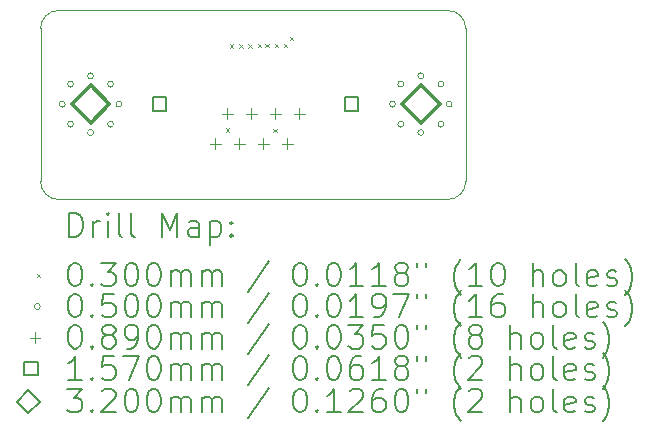
<source format=gbr>
%TF.GenerationSoftware,KiCad,Pcbnew,7.0.2-0*%
%TF.CreationDate,2023-08-07T23:17:59+03:00*%
%TF.ProjectId,RJ45_Module,524a3435-5f4d-46f6-9475-6c652e6b6963,1.0*%
%TF.SameCoordinates,Original*%
%TF.FileFunction,Drillmap*%
%TF.FilePolarity,Positive*%
%FSLAX45Y45*%
G04 Gerber Fmt 4.5, Leading zero omitted, Abs format (unit mm)*
G04 Created by KiCad (PCBNEW 7.0.2-0) date 2023-08-07 23:17:59*
%MOMM*%
%LPD*%
G01*
G04 APERTURE LIST*
%ADD10C,0.050000*%
%ADD11C,0.200000*%
%ADD12C,0.030000*%
%ADD13C,0.089000*%
%ADD14C,0.157000*%
%ADD15C,0.320000*%
G04 APERTURE END LIST*
D10*
X22518500Y-9179600D02*
X19223300Y-9179600D01*
X22518800Y-9179600D02*
G75*
G03*
X22671200Y-9027200I0J152400D01*
G01*
X19070900Y-9027200D02*
G75*
G03*
X19223300Y-9179600I152400J0D01*
G01*
X19070900Y-9027200D02*
X19070900Y-7732000D01*
X22671200Y-7732000D02*
X22671200Y-9027200D01*
X22671200Y-7732000D02*
G75*
G03*
X22518800Y-7579600I-152400J0D01*
G01*
X19223300Y-7579600D02*
G75*
G03*
X19070900Y-7732000I0J-152400D01*
G01*
X19223200Y-7579600D02*
X22518500Y-7579600D01*
D11*
D12*
X20639500Y-8578000D02*
X20669500Y-8608000D01*
X20669500Y-8578000D02*
X20639500Y-8608000D01*
X20672395Y-7864996D02*
X20702395Y-7894996D01*
X20702395Y-7864996D02*
X20672395Y-7894996D01*
X20752346Y-7865015D02*
X20782346Y-7895015D01*
X20782346Y-7865015D02*
X20752346Y-7895015D01*
X20830126Y-7865015D02*
X20860126Y-7895015D01*
X20860126Y-7865015D02*
X20830126Y-7895015D01*
X20910027Y-7862209D02*
X20940027Y-7892209D01*
X20940027Y-7862209D02*
X20910027Y-7892209D01*
X20972396Y-7863112D02*
X21002396Y-7893112D01*
X21002396Y-7863112D02*
X20972396Y-7893112D01*
X21040500Y-8580000D02*
X21070500Y-8610000D01*
X21070500Y-8580000D02*
X21040500Y-8610000D01*
X21052346Y-7862877D02*
X21082346Y-7892877D01*
X21082346Y-7862877D02*
X21052346Y-7892877D01*
X21130126Y-7862877D02*
X21160126Y-7892877D01*
X21160126Y-7862877D02*
X21130126Y-7892877D01*
X21180614Y-7800886D02*
X21210614Y-7830886D01*
X21210614Y-7800886D02*
X21180614Y-7830886D01*
D10*
X19279200Y-8373000D02*
G75*
G03*
X19279200Y-8373000I-25000J0D01*
G01*
X19349494Y-8203294D02*
G75*
G03*
X19349494Y-8203294I-25000J0D01*
G01*
X19349494Y-8542706D02*
G75*
G03*
X19349494Y-8542706I-25000J0D01*
G01*
X19519200Y-8133000D02*
G75*
G03*
X19519200Y-8133000I-25000J0D01*
G01*
X19519200Y-8613000D02*
G75*
G03*
X19519200Y-8613000I-25000J0D01*
G01*
X19688906Y-8203294D02*
G75*
G03*
X19688906Y-8203294I-25000J0D01*
G01*
X19688906Y-8542706D02*
G75*
G03*
X19688906Y-8542706I-25000J0D01*
G01*
X19759200Y-8373000D02*
G75*
G03*
X19759200Y-8373000I-25000J0D01*
G01*
X22075500Y-8373000D02*
G75*
G03*
X22075500Y-8373000I-25000J0D01*
G01*
X22145794Y-8203294D02*
G75*
G03*
X22145794Y-8203294I-25000J0D01*
G01*
X22145794Y-8542706D02*
G75*
G03*
X22145794Y-8542706I-25000J0D01*
G01*
X22315500Y-8133000D02*
G75*
G03*
X22315500Y-8133000I-25000J0D01*
G01*
X22315500Y-8613000D02*
G75*
G03*
X22315500Y-8613000I-25000J0D01*
G01*
X22485206Y-8203294D02*
G75*
G03*
X22485206Y-8203294I-25000J0D01*
G01*
X22485206Y-8542706D02*
G75*
G03*
X22485206Y-8542706I-25000J0D01*
G01*
X22555500Y-8373000D02*
G75*
G03*
X22555500Y-8373000I-25000J0D01*
G01*
D13*
X20551360Y-8662620D02*
X20551360Y-8751620D01*
X20506860Y-8707120D02*
X20595860Y-8707120D01*
X20653360Y-8408620D02*
X20653360Y-8497620D01*
X20608860Y-8453120D02*
X20697860Y-8453120D01*
X20754360Y-8662620D02*
X20754360Y-8751620D01*
X20709860Y-8707120D02*
X20798860Y-8707120D01*
X20856360Y-8408620D02*
X20856360Y-8497620D01*
X20811860Y-8453120D02*
X20900860Y-8453120D01*
X20957360Y-8662620D02*
X20957360Y-8751620D01*
X20912860Y-8707120D02*
X21001860Y-8707120D01*
X21059360Y-8408620D02*
X21059360Y-8497620D01*
X21014860Y-8453120D02*
X21103860Y-8453120D01*
X21160360Y-8662620D02*
X21160360Y-8751620D01*
X21115860Y-8707120D02*
X21204860Y-8707120D01*
X21262360Y-8408620D02*
X21262360Y-8497620D01*
X21217860Y-8453120D02*
X21306860Y-8453120D01*
D14*
X20136868Y-8427628D02*
X20136868Y-8316612D01*
X20025852Y-8316612D01*
X20025852Y-8427628D01*
X20136868Y-8427628D01*
X21762868Y-8427628D02*
X21762868Y-8316612D01*
X21651852Y-8316612D01*
X21651852Y-8427628D01*
X21762868Y-8427628D01*
D15*
X19494200Y-8533000D02*
X19654200Y-8373000D01*
X19494200Y-8213000D01*
X19334200Y-8373000D01*
X19494200Y-8533000D01*
X22290500Y-8533000D02*
X22450500Y-8373000D01*
X22290500Y-8213000D01*
X22130500Y-8373000D01*
X22290500Y-8533000D01*
D11*
X19316019Y-9494624D02*
X19316019Y-9294624D01*
X19316019Y-9294624D02*
X19363638Y-9294624D01*
X19363638Y-9294624D02*
X19392210Y-9304148D01*
X19392210Y-9304148D02*
X19411257Y-9323195D01*
X19411257Y-9323195D02*
X19420781Y-9342243D01*
X19420781Y-9342243D02*
X19430305Y-9380338D01*
X19430305Y-9380338D02*
X19430305Y-9408910D01*
X19430305Y-9408910D02*
X19420781Y-9447005D01*
X19420781Y-9447005D02*
X19411257Y-9466052D01*
X19411257Y-9466052D02*
X19392210Y-9485100D01*
X19392210Y-9485100D02*
X19363638Y-9494624D01*
X19363638Y-9494624D02*
X19316019Y-9494624D01*
X19516019Y-9494624D02*
X19516019Y-9361290D01*
X19516019Y-9399386D02*
X19525543Y-9380338D01*
X19525543Y-9380338D02*
X19535067Y-9370814D01*
X19535067Y-9370814D02*
X19554114Y-9361290D01*
X19554114Y-9361290D02*
X19573162Y-9361290D01*
X19639829Y-9494624D02*
X19639829Y-9361290D01*
X19639829Y-9294624D02*
X19630305Y-9304148D01*
X19630305Y-9304148D02*
X19639829Y-9313671D01*
X19639829Y-9313671D02*
X19649352Y-9304148D01*
X19649352Y-9304148D02*
X19639829Y-9294624D01*
X19639829Y-9294624D02*
X19639829Y-9313671D01*
X19763638Y-9494624D02*
X19744590Y-9485100D01*
X19744590Y-9485100D02*
X19735067Y-9466052D01*
X19735067Y-9466052D02*
X19735067Y-9294624D01*
X19868400Y-9494624D02*
X19849352Y-9485100D01*
X19849352Y-9485100D02*
X19839829Y-9466052D01*
X19839829Y-9466052D02*
X19839829Y-9294624D01*
X20096971Y-9494624D02*
X20096971Y-9294624D01*
X20096971Y-9294624D02*
X20163638Y-9437481D01*
X20163638Y-9437481D02*
X20230305Y-9294624D01*
X20230305Y-9294624D02*
X20230305Y-9494624D01*
X20411257Y-9494624D02*
X20411257Y-9389862D01*
X20411257Y-9389862D02*
X20401733Y-9370814D01*
X20401733Y-9370814D02*
X20382686Y-9361290D01*
X20382686Y-9361290D02*
X20344590Y-9361290D01*
X20344590Y-9361290D02*
X20325543Y-9370814D01*
X20411257Y-9485100D02*
X20392210Y-9494624D01*
X20392210Y-9494624D02*
X20344590Y-9494624D01*
X20344590Y-9494624D02*
X20325543Y-9485100D01*
X20325543Y-9485100D02*
X20316019Y-9466052D01*
X20316019Y-9466052D02*
X20316019Y-9447005D01*
X20316019Y-9447005D02*
X20325543Y-9427957D01*
X20325543Y-9427957D02*
X20344590Y-9418433D01*
X20344590Y-9418433D02*
X20392210Y-9418433D01*
X20392210Y-9418433D02*
X20411257Y-9408910D01*
X20506495Y-9361290D02*
X20506495Y-9561290D01*
X20506495Y-9370814D02*
X20525543Y-9361290D01*
X20525543Y-9361290D02*
X20563638Y-9361290D01*
X20563638Y-9361290D02*
X20582686Y-9370814D01*
X20582686Y-9370814D02*
X20592210Y-9380338D01*
X20592210Y-9380338D02*
X20601733Y-9399386D01*
X20601733Y-9399386D02*
X20601733Y-9456529D01*
X20601733Y-9456529D02*
X20592210Y-9475576D01*
X20592210Y-9475576D02*
X20582686Y-9485100D01*
X20582686Y-9485100D02*
X20563638Y-9494624D01*
X20563638Y-9494624D02*
X20525543Y-9494624D01*
X20525543Y-9494624D02*
X20506495Y-9485100D01*
X20687448Y-9475576D02*
X20696971Y-9485100D01*
X20696971Y-9485100D02*
X20687448Y-9494624D01*
X20687448Y-9494624D02*
X20677924Y-9485100D01*
X20677924Y-9485100D02*
X20687448Y-9475576D01*
X20687448Y-9475576D02*
X20687448Y-9494624D01*
X20687448Y-9370814D02*
X20696971Y-9380338D01*
X20696971Y-9380338D02*
X20687448Y-9389862D01*
X20687448Y-9389862D02*
X20677924Y-9380338D01*
X20677924Y-9380338D02*
X20687448Y-9370814D01*
X20687448Y-9370814D02*
X20687448Y-9389862D01*
D12*
X19038400Y-9807100D02*
X19068400Y-9837100D01*
X19068400Y-9807100D02*
X19038400Y-9837100D01*
D11*
X19354114Y-9714624D02*
X19373162Y-9714624D01*
X19373162Y-9714624D02*
X19392210Y-9724148D01*
X19392210Y-9724148D02*
X19401733Y-9733671D01*
X19401733Y-9733671D02*
X19411257Y-9752719D01*
X19411257Y-9752719D02*
X19420781Y-9790814D01*
X19420781Y-9790814D02*
X19420781Y-9838433D01*
X19420781Y-9838433D02*
X19411257Y-9876529D01*
X19411257Y-9876529D02*
X19401733Y-9895576D01*
X19401733Y-9895576D02*
X19392210Y-9905100D01*
X19392210Y-9905100D02*
X19373162Y-9914624D01*
X19373162Y-9914624D02*
X19354114Y-9914624D01*
X19354114Y-9914624D02*
X19335067Y-9905100D01*
X19335067Y-9905100D02*
X19325543Y-9895576D01*
X19325543Y-9895576D02*
X19316019Y-9876529D01*
X19316019Y-9876529D02*
X19306495Y-9838433D01*
X19306495Y-9838433D02*
X19306495Y-9790814D01*
X19306495Y-9790814D02*
X19316019Y-9752719D01*
X19316019Y-9752719D02*
X19325543Y-9733671D01*
X19325543Y-9733671D02*
X19335067Y-9724148D01*
X19335067Y-9724148D02*
X19354114Y-9714624D01*
X19506495Y-9895576D02*
X19516019Y-9905100D01*
X19516019Y-9905100D02*
X19506495Y-9914624D01*
X19506495Y-9914624D02*
X19496971Y-9905100D01*
X19496971Y-9905100D02*
X19506495Y-9895576D01*
X19506495Y-9895576D02*
X19506495Y-9914624D01*
X19582686Y-9714624D02*
X19706495Y-9714624D01*
X19706495Y-9714624D02*
X19639829Y-9790814D01*
X19639829Y-9790814D02*
X19668400Y-9790814D01*
X19668400Y-9790814D02*
X19687448Y-9800338D01*
X19687448Y-9800338D02*
X19696971Y-9809862D01*
X19696971Y-9809862D02*
X19706495Y-9828910D01*
X19706495Y-9828910D02*
X19706495Y-9876529D01*
X19706495Y-9876529D02*
X19696971Y-9895576D01*
X19696971Y-9895576D02*
X19687448Y-9905100D01*
X19687448Y-9905100D02*
X19668400Y-9914624D01*
X19668400Y-9914624D02*
X19611257Y-9914624D01*
X19611257Y-9914624D02*
X19592210Y-9905100D01*
X19592210Y-9905100D02*
X19582686Y-9895576D01*
X19830305Y-9714624D02*
X19849352Y-9714624D01*
X19849352Y-9714624D02*
X19868400Y-9724148D01*
X19868400Y-9724148D02*
X19877924Y-9733671D01*
X19877924Y-9733671D02*
X19887448Y-9752719D01*
X19887448Y-9752719D02*
X19896971Y-9790814D01*
X19896971Y-9790814D02*
X19896971Y-9838433D01*
X19896971Y-9838433D02*
X19887448Y-9876529D01*
X19887448Y-9876529D02*
X19877924Y-9895576D01*
X19877924Y-9895576D02*
X19868400Y-9905100D01*
X19868400Y-9905100D02*
X19849352Y-9914624D01*
X19849352Y-9914624D02*
X19830305Y-9914624D01*
X19830305Y-9914624D02*
X19811257Y-9905100D01*
X19811257Y-9905100D02*
X19801733Y-9895576D01*
X19801733Y-9895576D02*
X19792210Y-9876529D01*
X19792210Y-9876529D02*
X19782686Y-9838433D01*
X19782686Y-9838433D02*
X19782686Y-9790814D01*
X19782686Y-9790814D02*
X19792210Y-9752719D01*
X19792210Y-9752719D02*
X19801733Y-9733671D01*
X19801733Y-9733671D02*
X19811257Y-9724148D01*
X19811257Y-9724148D02*
X19830305Y-9714624D01*
X20020781Y-9714624D02*
X20039829Y-9714624D01*
X20039829Y-9714624D02*
X20058876Y-9724148D01*
X20058876Y-9724148D02*
X20068400Y-9733671D01*
X20068400Y-9733671D02*
X20077924Y-9752719D01*
X20077924Y-9752719D02*
X20087448Y-9790814D01*
X20087448Y-9790814D02*
X20087448Y-9838433D01*
X20087448Y-9838433D02*
X20077924Y-9876529D01*
X20077924Y-9876529D02*
X20068400Y-9895576D01*
X20068400Y-9895576D02*
X20058876Y-9905100D01*
X20058876Y-9905100D02*
X20039829Y-9914624D01*
X20039829Y-9914624D02*
X20020781Y-9914624D01*
X20020781Y-9914624D02*
X20001733Y-9905100D01*
X20001733Y-9905100D02*
X19992210Y-9895576D01*
X19992210Y-9895576D02*
X19982686Y-9876529D01*
X19982686Y-9876529D02*
X19973162Y-9838433D01*
X19973162Y-9838433D02*
X19973162Y-9790814D01*
X19973162Y-9790814D02*
X19982686Y-9752719D01*
X19982686Y-9752719D02*
X19992210Y-9733671D01*
X19992210Y-9733671D02*
X20001733Y-9724148D01*
X20001733Y-9724148D02*
X20020781Y-9714624D01*
X20173162Y-9914624D02*
X20173162Y-9781290D01*
X20173162Y-9800338D02*
X20182686Y-9790814D01*
X20182686Y-9790814D02*
X20201733Y-9781290D01*
X20201733Y-9781290D02*
X20230305Y-9781290D01*
X20230305Y-9781290D02*
X20249352Y-9790814D01*
X20249352Y-9790814D02*
X20258876Y-9809862D01*
X20258876Y-9809862D02*
X20258876Y-9914624D01*
X20258876Y-9809862D02*
X20268400Y-9790814D01*
X20268400Y-9790814D02*
X20287448Y-9781290D01*
X20287448Y-9781290D02*
X20316019Y-9781290D01*
X20316019Y-9781290D02*
X20335067Y-9790814D01*
X20335067Y-9790814D02*
X20344591Y-9809862D01*
X20344591Y-9809862D02*
X20344591Y-9914624D01*
X20439829Y-9914624D02*
X20439829Y-9781290D01*
X20439829Y-9800338D02*
X20449352Y-9790814D01*
X20449352Y-9790814D02*
X20468400Y-9781290D01*
X20468400Y-9781290D02*
X20496972Y-9781290D01*
X20496972Y-9781290D02*
X20516019Y-9790814D01*
X20516019Y-9790814D02*
X20525543Y-9809862D01*
X20525543Y-9809862D02*
X20525543Y-9914624D01*
X20525543Y-9809862D02*
X20535067Y-9790814D01*
X20535067Y-9790814D02*
X20554114Y-9781290D01*
X20554114Y-9781290D02*
X20582686Y-9781290D01*
X20582686Y-9781290D02*
X20601733Y-9790814D01*
X20601733Y-9790814D02*
X20611257Y-9809862D01*
X20611257Y-9809862D02*
X20611257Y-9914624D01*
X21001733Y-9705100D02*
X20830305Y-9962243D01*
X21258876Y-9714624D02*
X21277924Y-9714624D01*
X21277924Y-9714624D02*
X21296972Y-9724148D01*
X21296972Y-9724148D02*
X21306495Y-9733671D01*
X21306495Y-9733671D02*
X21316019Y-9752719D01*
X21316019Y-9752719D02*
X21325543Y-9790814D01*
X21325543Y-9790814D02*
X21325543Y-9838433D01*
X21325543Y-9838433D02*
X21316019Y-9876529D01*
X21316019Y-9876529D02*
X21306495Y-9895576D01*
X21306495Y-9895576D02*
X21296972Y-9905100D01*
X21296972Y-9905100D02*
X21277924Y-9914624D01*
X21277924Y-9914624D02*
X21258876Y-9914624D01*
X21258876Y-9914624D02*
X21239829Y-9905100D01*
X21239829Y-9905100D02*
X21230305Y-9895576D01*
X21230305Y-9895576D02*
X21220781Y-9876529D01*
X21220781Y-9876529D02*
X21211257Y-9838433D01*
X21211257Y-9838433D02*
X21211257Y-9790814D01*
X21211257Y-9790814D02*
X21220781Y-9752719D01*
X21220781Y-9752719D02*
X21230305Y-9733671D01*
X21230305Y-9733671D02*
X21239829Y-9724148D01*
X21239829Y-9724148D02*
X21258876Y-9714624D01*
X21411257Y-9895576D02*
X21420781Y-9905100D01*
X21420781Y-9905100D02*
X21411257Y-9914624D01*
X21411257Y-9914624D02*
X21401734Y-9905100D01*
X21401734Y-9905100D02*
X21411257Y-9895576D01*
X21411257Y-9895576D02*
X21411257Y-9914624D01*
X21544591Y-9714624D02*
X21563638Y-9714624D01*
X21563638Y-9714624D02*
X21582686Y-9724148D01*
X21582686Y-9724148D02*
X21592210Y-9733671D01*
X21592210Y-9733671D02*
X21601734Y-9752719D01*
X21601734Y-9752719D02*
X21611257Y-9790814D01*
X21611257Y-9790814D02*
X21611257Y-9838433D01*
X21611257Y-9838433D02*
X21601734Y-9876529D01*
X21601734Y-9876529D02*
X21592210Y-9895576D01*
X21592210Y-9895576D02*
X21582686Y-9905100D01*
X21582686Y-9905100D02*
X21563638Y-9914624D01*
X21563638Y-9914624D02*
X21544591Y-9914624D01*
X21544591Y-9914624D02*
X21525543Y-9905100D01*
X21525543Y-9905100D02*
X21516019Y-9895576D01*
X21516019Y-9895576D02*
X21506495Y-9876529D01*
X21506495Y-9876529D02*
X21496972Y-9838433D01*
X21496972Y-9838433D02*
X21496972Y-9790814D01*
X21496972Y-9790814D02*
X21506495Y-9752719D01*
X21506495Y-9752719D02*
X21516019Y-9733671D01*
X21516019Y-9733671D02*
X21525543Y-9724148D01*
X21525543Y-9724148D02*
X21544591Y-9714624D01*
X21801734Y-9914624D02*
X21687448Y-9914624D01*
X21744591Y-9914624D02*
X21744591Y-9714624D01*
X21744591Y-9714624D02*
X21725543Y-9743195D01*
X21725543Y-9743195D02*
X21706495Y-9762243D01*
X21706495Y-9762243D02*
X21687448Y-9771767D01*
X21992210Y-9914624D02*
X21877924Y-9914624D01*
X21935067Y-9914624D02*
X21935067Y-9714624D01*
X21935067Y-9714624D02*
X21916019Y-9743195D01*
X21916019Y-9743195D02*
X21896972Y-9762243D01*
X21896972Y-9762243D02*
X21877924Y-9771767D01*
X22106495Y-9800338D02*
X22087448Y-9790814D01*
X22087448Y-9790814D02*
X22077924Y-9781290D01*
X22077924Y-9781290D02*
X22068400Y-9762243D01*
X22068400Y-9762243D02*
X22068400Y-9752719D01*
X22068400Y-9752719D02*
X22077924Y-9733671D01*
X22077924Y-9733671D02*
X22087448Y-9724148D01*
X22087448Y-9724148D02*
X22106495Y-9714624D01*
X22106495Y-9714624D02*
X22144591Y-9714624D01*
X22144591Y-9714624D02*
X22163638Y-9724148D01*
X22163638Y-9724148D02*
X22173162Y-9733671D01*
X22173162Y-9733671D02*
X22182686Y-9752719D01*
X22182686Y-9752719D02*
X22182686Y-9762243D01*
X22182686Y-9762243D02*
X22173162Y-9781290D01*
X22173162Y-9781290D02*
X22163638Y-9790814D01*
X22163638Y-9790814D02*
X22144591Y-9800338D01*
X22144591Y-9800338D02*
X22106495Y-9800338D01*
X22106495Y-9800338D02*
X22087448Y-9809862D01*
X22087448Y-9809862D02*
X22077924Y-9819386D01*
X22077924Y-9819386D02*
X22068400Y-9838433D01*
X22068400Y-9838433D02*
X22068400Y-9876529D01*
X22068400Y-9876529D02*
X22077924Y-9895576D01*
X22077924Y-9895576D02*
X22087448Y-9905100D01*
X22087448Y-9905100D02*
X22106495Y-9914624D01*
X22106495Y-9914624D02*
X22144591Y-9914624D01*
X22144591Y-9914624D02*
X22163638Y-9905100D01*
X22163638Y-9905100D02*
X22173162Y-9895576D01*
X22173162Y-9895576D02*
X22182686Y-9876529D01*
X22182686Y-9876529D02*
X22182686Y-9838433D01*
X22182686Y-9838433D02*
X22173162Y-9819386D01*
X22173162Y-9819386D02*
X22163638Y-9809862D01*
X22163638Y-9809862D02*
X22144591Y-9800338D01*
X22258876Y-9714624D02*
X22258876Y-9752719D01*
X22335067Y-9714624D02*
X22335067Y-9752719D01*
X22630305Y-9990814D02*
X22620781Y-9981290D01*
X22620781Y-9981290D02*
X22601734Y-9952719D01*
X22601734Y-9952719D02*
X22592210Y-9933671D01*
X22592210Y-9933671D02*
X22582686Y-9905100D01*
X22582686Y-9905100D02*
X22573162Y-9857481D01*
X22573162Y-9857481D02*
X22573162Y-9819386D01*
X22573162Y-9819386D02*
X22582686Y-9771767D01*
X22582686Y-9771767D02*
X22592210Y-9743195D01*
X22592210Y-9743195D02*
X22601734Y-9724148D01*
X22601734Y-9724148D02*
X22620781Y-9695576D01*
X22620781Y-9695576D02*
X22630305Y-9686052D01*
X22811257Y-9914624D02*
X22696972Y-9914624D01*
X22754114Y-9914624D02*
X22754114Y-9714624D01*
X22754114Y-9714624D02*
X22735067Y-9743195D01*
X22735067Y-9743195D02*
X22716019Y-9762243D01*
X22716019Y-9762243D02*
X22696972Y-9771767D01*
X22935067Y-9714624D02*
X22954115Y-9714624D01*
X22954115Y-9714624D02*
X22973162Y-9724148D01*
X22973162Y-9724148D02*
X22982686Y-9733671D01*
X22982686Y-9733671D02*
X22992210Y-9752719D01*
X22992210Y-9752719D02*
X23001734Y-9790814D01*
X23001734Y-9790814D02*
X23001734Y-9838433D01*
X23001734Y-9838433D02*
X22992210Y-9876529D01*
X22992210Y-9876529D02*
X22982686Y-9895576D01*
X22982686Y-9895576D02*
X22973162Y-9905100D01*
X22973162Y-9905100D02*
X22954115Y-9914624D01*
X22954115Y-9914624D02*
X22935067Y-9914624D01*
X22935067Y-9914624D02*
X22916019Y-9905100D01*
X22916019Y-9905100D02*
X22906495Y-9895576D01*
X22906495Y-9895576D02*
X22896972Y-9876529D01*
X22896972Y-9876529D02*
X22887448Y-9838433D01*
X22887448Y-9838433D02*
X22887448Y-9790814D01*
X22887448Y-9790814D02*
X22896972Y-9752719D01*
X22896972Y-9752719D02*
X22906495Y-9733671D01*
X22906495Y-9733671D02*
X22916019Y-9724148D01*
X22916019Y-9724148D02*
X22935067Y-9714624D01*
X23239829Y-9914624D02*
X23239829Y-9714624D01*
X23325543Y-9914624D02*
X23325543Y-9809862D01*
X23325543Y-9809862D02*
X23316019Y-9790814D01*
X23316019Y-9790814D02*
X23296972Y-9781290D01*
X23296972Y-9781290D02*
X23268400Y-9781290D01*
X23268400Y-9781290D02*
X23249353Y-9790814D01*
X23249353Y-9790814D02*
X23239829Y-9800338D01*
X23449353Y-9914624D02*
X23430305Y-9905100D01*
X23430305Y-9905100D02*
X23420781Y-9895576D01*
X23420781Y-9895576D02*
X23411257Y-9876529D01*
X23411257Y-9876529D02*
X23411257Y-9819386D01*
X23411257Y-9819386D02*
X23420781Y-9800338D01*
X23420781Y-9800338D02*
X23430305Y-9790814D01*
X23430305Y-9790814D02*
X23449353Y-9781290D01*
X23449353Y-9781290D02*
X23477924Y-9781290D01*
X23477924Y-9781290D02*
X23496972Y-9790814D01*
X23496972Y-9790814D02*
X23506496Y-9800338D01*
X23506496Y-9800338D02*
X23516019Y-9819386D01*
X23516019Y-9819386D02*
X23516019Y-9876529D01*
X23516019Y-9876529D02*
X23506496Y-9895576D01*
X23506496Y-9895576D02*
X23496972Y-9905100D01*
X23496972Y-9905100D02*
X23477924Y-9914624D01*
X23477924Y-9914624D02*
X23449353Y-9914624D01*
X23630305Y-9914624D02*
X23611257Y-9905100D01*
X23611257Y-9905100D02*
X23601734Y-9886052D01*
X23601734Y-9886052D02*
X23601734Y-9714624D01*
X23782686Y-9905100D02*
X23763638Y-9914624D01*
X23763638Y-9914624D02*
X23725543Y-9914624D01*
X23725543Y-9914624D02*
X23706496Y-9905100D01*
X23706496Y-9905100D02*
X23696972Y-9886052D01*
X23696972Y-9886052D02*
X23696972Y-9809862D01*
X23696972Y-9809862D02*
X23706496Y-9790814D01*
X23706496Y-9790814D02*
X23725543Y-9781290D01*
X23725543Y-9781290D02*
X23763638Y-9781290D01*
X23763638Y-9781290D02*
X23782686Y-9790814D01*
X23782686Y-9790814D02*
X23792210Y-9809862D01*
X23792210Y-9809862D02*
X23792210Y-9828910D01*
X23792210Y-9828910D02*
X23696972Y-9847957D01*
X23868400Y-9905100D02*
X23887448Y-9914624D01*
X23887448Y-9914624D02*
X23925543Y-9914624D01*
X23925543Y-9914624D02*
X23944591Y-9905100D01*
X23944591Y-9905100D02*
X23954115Y-9886052D01*
X23954115Y-9886052D02*
X23954115Y-9876529D01*
X23954115Y-9876529D02*
X23944591Y-9857481D01*
X23944591Y-9857481D02*
X23925543Y-9847957D01*
X23925543Y-9847957D02*
X23896972Y-9847957D01*
X23896972Y-9847957D02*
X23877924Y-9838433D01*
X23877924Y-9838433D02*
X23868400Y-9819386D01*
X23868400Y-9819386D02*
X23868400Y-9809862D01*
X23868400Y-9809862D02*
X23877924Y-9790814D01*
X23877924Y-9790814D02*
X23896972Y-9781290D01*
X23896972Y-9781290D02*
X23925543Y-9781290D01*
X23925543Y-9781290D02*
X23944591Y-9790814D01*
X24020781Y-9990814D02*
X24030305Y-9981290D01*
X24030305Y-9981290D02*
X24049353Y-9952719D01*
X24049353Y-9952719D02*
X24058877Y-9933671D01*
X24058877Y-9933671D02*
X24068400Y-9905100D01*
X24068400Y-9905100D02*
X24077924Y-9857481D01*
X24077924Y-9857481D02*
X24077924Y-9819386D01*
X24077924Y-9819386D02*
X24068400Y-9771767D01*
X24068400Y-9771767D02*
X24058877Y-9743195D01*
X24058877Y-9743195D02*
X24049353Y-9724148D01*
X24049353Y-9724148D02*
X24030305Y-9695576D01*
X24030305Y-9695576D02*
X24020781Y-9686052D01*
D10*
X19068400Y-10086100D02*
G75*
G03*
X19068400Y-10086100I-25000J0D01*
G01*
D11*
X19354114Y-9978624D02*
X19373162Y-9978624D01*
X19373162Y-9978624D02*
X19392210Y-9988148D01*
X19392210Y-9988148D02*
X19401733Y-9997671D01*
X19401733Y-9997671D02*
X19411257Y-10016719D01*
X19411257Y-10016719D02*
X19420781Y-10054814D01*
X19420781Y-10054814D02*
X19420781Y-10102433D01*
X19420781Y-10102433D02*
X19411257Y-10140529D01*
X19411257Y-10140529D02*
X19401733Y-10159576D01*
X19401733Y-10159576D02*
X19392210Y-10169100D01*
X19392210Y-10169100D02*
X19373162Y-10178624D01*
X19373162Y-10178624D02*
X19354114Y-10178624D01*
X19354114Y-10178624D02*
X19335067Y-10169100D01*
X19335067Y-10169100D02*
X19325543Y-10159576D01*
X19325543Y-10159576D02*
X19316019Y-10140529D01*
X19316019Y-10140529D02*
X19306495Y-10102433D01*
X19306495Y-10102433D02*
X19306495Y-10054814D01*
X19306495Y-10054814D02*
X19316019Y-10016719D01*
X19316019Y-10016719D02*
X19325543Y-9997671D01*
X19325543Y-9997671D02*
X19335067Y-9988148D01*
X19335067Y-9988148D02*
X19354114Y-9978624D01*
X19506495Y-10159576D02*
X19516019Y-10169100D01*
X19516019Y-10169100D02*
X19506495Y-10178624D01*
X19506495Y-10178624D02*
X19496971Y-10169100D01*
X19496971Y-10169100D02*
X19506495Y-10159576D01*
X19506495Y-10159576D02*
X19506495Y-10178624D01*
X19696971Y-9978624D02*
X19601733Y-9978624D01*
X19601733Y-9978624D02*
X19592210Y-10073862D01*
X19592210Y-10073862D02*
X19601733Y-10064338D01*
X19601733Y-10064338D02*
X19620781Y-10054814D01*
X19620781Y-10054814D02*
X19668400Y-10054814D01*
X19668400Y-10054814D02*
X19687448Y-10064338D01*
X19687448Y-10064338D02*
X19696971Y-10073862D01*
X19696971Y-10073862D02*
X19706495Y-10092910D01*
X19706495Y-10092910D02*
X19706495Y-10140529D01*
X19706495Y-10140529D02*
X19696971Y-10159576D01*
X19696971Y-10159576D02*
X19687448Y-10169100D01*
X19687448Y-10169100D02*
X19668400Y-10178624D01*
X19668400Y-10178624D02*
X19620781Y-10178624D01*
X19620781Y-10178624D02*
X19601733Y-10169100D01*
X19601733Y-10169100D02*
X19592210Y-10159576D01*
X19830305Y-9978624D02*
X19849352Y-9978624D01*
X19849352Y-9978624D02*
X19868400Y-9988148D01*
X19868400Y-9988148D02*
X19877924Y-9997671D01*
X19877924Y-9997671D02*
X19887448Y-10016719D01*
X19887448Y-10016719D02*
X19896971Y-10054814D01*
X19896971Y-10054814D02*
X19896971Y-10102433D01*
X19896971Y-10102433D02*
X19887448Y-10140529D01*
X19887448Y-10140529D02*
X19877924Y-10159576D01*
X19877924Y-10159576D02*
X19868400Y-10169100D01*
X19868400Y-10169100D02*
X19849352Y-10178624D01*
X19849352Y-10178624D02*
X19830305Y-10178624D01*
X19830305Y-10178624D02*
X19811257Y-10169100D01*
X19811257Y-10169100D02*
X19801733Y-10159576D01*
X19801733Y-10159576D02*
X19792210Y-10140529D01*
X19792210Y-10140529D02*
X19782686Y-10102433D01*
X19782686Y-10102433D02*
X19782686Y-10054814D01*
X19782686Y-10054814D02*
X19792210Y-10016719D01*
X19792210Y-10016719D02*
X19801733Y-9997671D01*
X19801733Y-9997671D02*
X19811257Y-9988148D01*
X19811257Y-9988148D02*
X19830305Y-9978624D01*
X20020781Y-9978624D02*
X20039829Y-9978624D01*
X20039829Y-9978624D02*
X20058876Y-9988148D01*
X20058876Y-9988148D02*
X20068400Y-9997671D01*
X20068400Y-9997671D02*
X20077924Y-10016719D01*
X20077924Y-10016719D02*
X20087448Y-10054814D01*
X20087448Y-10054814D02*
X20087448Y-10102433D01*
X20087448Y-10102433D02*
X20077924Y-10140529D01*
X20077924Y-10140529D02*
X20068400Y-10159576D01*
X20068400Y-10159576D02*
X20058876Y-10169100D01*
X20058876Y-10169100D02*
X20039829Y-10178624D01*
X20039829Y-10178624D02*
X20020781Y-10178624D01*
X20020781Y-10178624D02*
X20001733Y-10169100D01*
X20001733Y-10169100D02*
X19992210Y-10159576D01*
X19992210Y-10159576D02*
X19982686Y-10140529D01*
X19982686Y-10140529D02*
X19973162Y-10102433D01*
X19973162Y-10102433D02*
X19973162Y-10054814D01*
X19973162Y-10054814D02*
X19982686Y-10016719D01*
X19982686Y-10016719D02*
X19992210Y-9997671D01*
X19992210Y-9997671D02*
X20001733Y-9988148D01*
X20001733Y-9988148D02*
X20020781Y-9978624D01*
X20173162Y-10178624D02*
X20173162Y-10045290D01*
X20173162Y-10064338D02*
X20182686Y-10054814D01*
X20182686Y-10054814D02*
X20201733Y-10045290D01*
X20201733Y-10045290D02*
X20230305Y-10045290D01*
X20230305Y-10045290D02*
X20249352Y-10054814D01*
X20249352Y-10054814D02*
X20258876Y-10073862D01*
X20258876Y-10073862D02*
X20258876Y-10178624D01*
X20258876Y-10073862D02*
X20268400Y-10054814D01*
X20268400Y-10054814D02*
X20287448Y-10045290D01*
X20287448Y-10045290D02*
X20316019Y-10045290D01*
X20316019Y-10045290D02*
X20335067Y-10054814D01*
X20335067Y-10054814D02*
X20344591Y-10073862D01*
X20344591Y-10073862D02*
X20344591Y-10178624D01*
X20439829Y-10178624D02*
X20439829Y-10045290D01*
X20439829Y-10064338D02*
X20449352Y-10054814D01*
X20449352Y-10054814D02*
X20468400Y-10045290D01*
X20468400Y-10045290D02*
X20496972Y-10045290D01*
X20496972Y-10045290D02*
X20516019Y-10054814D01*
X20516019Y-10054814D02*
X20525543Y-10073862D01*
X20525543Y-10073862D02*
X20525543Y-10178624D01*
X20525543Y-10073862D02*
X20535067Y-10054814D01*
X20535067Y-10054814D02*
X20554114Y-10045290D01*
X20554114Y-10045290D02*
X20582686Y-10045290D01*
X20582686Y-10045290D02*
X20601733Y-10054814D01*
X20601733Y-10054814D02*
X20611257Y-10073862D01*
X20611257Y-10073862D02*
X20611257Y-10178624D01*
X21001733Y-9969100D02*
X20830305Y-10226243D01*
X21258876Y-9978624D02*
X21277924Y-9978624D01*
X21277924Y-9978624D02*
X21296972Y-9988148D01*
X21296972Y-9988148D02*
X21306495Y-9997671D01*
X21306495Y-9997671D02*
X21316019Y-10016719D01*
X21316019Y-10016719D02*
X21325543Y-10054814D01*
X21325543Y-10054814D02*
X21325543Y-10102433D01*
X21325543Y-10102433D02*
X21316019Y-10140529D01*
X21316019Y-10140529D02*
X21306495Y-10159576D01*
X21306495Y-10159576D02*
X21296972Y-10169100D01*
X21296972Y-10169100D02*
X21277924Y-10178624D01*
X21277924Y-10178624D02*
X21258876Y-10178624D01*
X21258876Y-10178624D02*
X21239829Y-10169100D01*
X21239829Y-10169100D02*
X21230305Y-10159576D01*
X21230305Y-10159576D02*
X21220781Y-10140529D01*
X21220781Y-10140529D02*
X21211257Y-10102433D01*
X21211257Y-10102433D02*
X21211257Y-10054814D01*
X21211257Y-10054814D02*
X21220781Y-10016719D01*
X21220781Y-10016719D02*
X21230305Y-9997671D01*
X21230305Y-9997671D02*
X21239829Y-9988148D01*
X21239829Y-9988148D02*
X21258876Y-9978624D01*
X21411257Y-10159576D02*
X21420781Y-10169100D01*
X21420781Y-10169100D02*
X21411257Y-10178624D01*
X21411257Y-10178624D02*
X21401734Y-10169100D01*
X21401734Y-10169100D02*
X21411257Y-10159576D01*
X21411257Y-10159576D02*
X21411257Y-10178624D01*
X21544591Y-9978624D02*
X21563638Y-9978624D01*
X21563638Y-9978624D02*
X21582686Y-9988148D01*
X21582686Y-9988148D02*
X21592210Y-9997671D01*
X21592210Y-9997671D02*
X21601734Y-10016719D01*
X21601734Y-10016719D02*
X21611257Y-10054814D01*
X21611257Y-10054814D02*
X21611257Y-10102433D01*
X21611257Y-10102433D02*
X21601734Y-10140529D01*
X21601734Y-10140529D02*
X21592210Y-10159576D01*
X21592210Y-10159576D02*
X21582686Y-10169100D01*
X21582686Y-10169100D02*
X21563638Y-10178624D01*
X21563638Y-10178624D02*
X21544591Y-10178624D01*
X21544591Y-10178624D02*
X21525543Y-10169100D01*
X21525543Y-10169100D02*
X21516019Y-10159576D01*
X21516019Y-10159576D02*
X21506495Y-10140529D01*
X21506495Y-10140529D02*
X21496972Y-10102433D01*
X21496972Y-10102433D02*
X21496972Y-10054814D01*
X21496972Y-10054814D02*
X21506495Y-10016719D01*
X21506495Y-10016719D02*
X21516019Y-9997671D01*
X21516019Y-9997671D02*
X21525543Y-9988148D01*
X21525543Y-9988148D02*
X21544591Y-9978624D01*
X21801734Y-10178624D02*
X21687448Y-10178624D01*
X21744591Y-10178624D02*
X21744591Y-9978624D01*
X21744591Y-9978624D02*
X21725543Y-10007195D01*
X21725543Y-10007195D02*
X21706495Y-10026243D01*
X21706495Y-10026243D02*
X21687448Y-10035767D01*
X21896972Y-10178624D02*
X21935067Y-10178624D01*
X21935067Y-10178624D02*
X21954115Y-10169100D01*
X21954115Y-10169100D02*
X21963638Y-10159576D01*
X21963638Y-10159576D02*
X21982686Y-10131005D01*
X21982686Y-10131005D02*
X21992210Y-10092910D01*
X21992210Y-10092910D02*
X21992210Y-10016719D01*
X21992210Y-10016719D02*
X21982686Y-9997671D01*
X21982686Y-9997671D02*
X21973162Y-9988148D01*
X21973162Y-9988148D02*
X21954115Y-9978624D01*
X21954115Y-9978624D02*
X21916019Y-9978624D01*
X21916019Y-9978624D02*
X21896972Y-9988148D01*
X21896972Y-9988148D02*
X21887448Y-9997671D01*
X21887448Y-9997671D02*
X21877924Y-10016719D01*
X21877924Y-10016719D02*
X21877924Y-10064338D01*
X21877924Y-10064338D02*
X21887448Y-10083386D01*
X21887448Y-10083386D02*
X21896972Y-10092910D01*
X21896972Y-10092910D02*
X21916019Y-10102433D01*
X21916019Y-10102433D02*
X21954115Y-10102433D01*
X21954115Y-10102433D02*
X21973162Y-10092910D01*
X21973162Y-10092910D02*
X21982686Y-10083386D01*
X21982686Y-10083386D02*
X21992210Y-10064338D01*
X22058876Y-9978624D02*
X22192210Y-9978624D01*
X22192210Y-9978624D02*
X22106495Y-10178624D01*
X22258876Y-9978624D02*
X22258876Y-10016719D01*
X22335067Y-9978624D02*
X22335067Y-10016719D01*
X22630305Y-10254814D02*
X22620781Y-10245290D01*
X22620781Y-10245290D02*
X22601734Y-10216719D01*
X22601734Y-10216719D02*
X22592210Y-10197671D01*
X22592210Y-10197671D02*
X22582686Y-10169100D01*
X22582686Y-10169100D02*
X22573162Y-10121481D01*
X22573162Y-10121481D02*
X22573162Y-10083386D01*
X22573162Y-10083386D02*
X22582686Y-10035767D01*
X22582686Y-10035767D02*
X22592210Y-10007195D01*
X22592210Y-10007195D02*
X22601734Y-9988148D01*
X22601734Y-9988148D02*
X22620781Y-9959576D01*
X22620781Y-9959576D02*
X22630305Y-9950052D01*
X22811257Y-10178624D02*
X22696972Y-10178624D01*
X22754114Y-10178624D02*
X22754114Y-9978624D01*
X22754114Y-9978624D02*
X22735067Y-10007195D01*
X22735067Y-10007195D02*
X22716019Y-10026243D01*
X22716019Y-10026243D02*
X22696972Y-10035767D01*
X22982686Y-9978624D02*
X22944591Y-9978624D01*
X22944591Y-9978624D02*
X22925543Y-9988148D01*
X22925543Y-9988148D02*
X22916019Y-9997671D01*
X22916019Y-9997671D02*
X22896972Y-10026243D01*
X22896972Y-10026243D02*
X22887448Y-10064338D01*
X22887448Y-10064338D02*
X22887448Y-10140529D01*
X22887448Y-10140529D02*
X22896972Y-10159576D01*
X22896972Y-10159576D02*
X22906495Y-10169100D01*
X22906495Y-10169100D02*
X22925543Y-10178624D01*
X22925543Y-10178624D02*
X22963638Y-10178624D01*
X22963638Y-10178624D02*
X22982686Y-10169100D01*
X22982686Y-10169100D02*
X22992210Y-10159576D01*
X22992210Y-10159576D02*
X23001734Y-10140529D01*
X23001734Y-10140529D02*
X23001734Y-10092910D01*
X23001734Y-10092910D02*
X22992210Y-10073862D01*
X22992210Y-10073862D02*
X22982686Y-10064338D01*
X22982686Y-10064338D02*
X22963638Y-10054814D01*
X22963638Y-10054814D02*
X22925543Y-10054814D01*
X22925543Y-10054814D02*
X22906495Y-10064338D01*
X22906495Y-10064338D02*
X22896972Y-10073862D01*
X22896972Y-10073862D02*
X22887448Y-10092910D01*
X23239829Y-10178624D02*
X23239829Y-9978624D01*
X23325543Y-10178624D02*
X23325543Y-10073862D01*
X23325543Y-10073862D02*
X23316019Y-10054814D01*
X23316019Y-10054814D02*
X23296972Y-10045290D01*
X23296972Y-10045290D02*
X23268400Y-10045290D01*
X23268400Y-10045290D02*
X23249353Y-10054814D01*
X23249353Y-10054814D02*
X23239829Y-10064338D01*
X23449353Y-10178624D02*
X23430305Y-10169100D01*
X23430305Y-10169100D02*
X23420781Y-10159576D01*
X23420781Y-10159576D02*
X23411257Y-10140529D01*
X23411257Y-10140529D02*
X23411257Y-10083386D01*
X23411257Y-10083386D02*
X23420781Y-10064338D01*
X23420781Y-10064338D02*
X23430305Y-10054814D01*
X23430305Y-10054814D02*
X23449353Y-10045290D01*
X23449353Y-10045290D02*
X23477924Y-10045290D01*
X23477924Y-10045290D02*
X23496972Y-10054814D01*
X23496972Y-10054814D02*
X23506496Y-10064338D01*
X23506496Y-10064338D02*
X23516019Y-10083386D01*
X23516019Y-10083386D02*
X23516019Y-10140529D01*
X23516019Y-10140529D02*
X23506496Y-10159576D01*
X23506496Y-10159576D02*
X23496972Y-10169100D01*
X23496972Y-10169100D02*
X23477924Y-10178624D01*
X23477924Y-10178624D02*
X23449353Y-10178624D01*
X23630305Y-10178624D02*
X23611257Y-10169100D01*
X23611257Y-10169100D02*
X23601734Y-10150052D01*
X23601734Y-10150052D02*
X23601734Y-9978624D01*
X23782686Y-10169100D02*
X23763638Y-10178624D01*
X23763638Y-10178624D02*
X23725543Y-10178624D01*
X23725543Y-10178624D02*
X23706496Y-10169100D01*
X23706496Y-10169100D02*
X23696972Y-10150052D01*
X23696972Y-10150052D02*
X23696972Y-10073862D01*
X23696972Y-10073862D02*
X23706496Y-10054814D01*
X23706496Y-10054814D02*
X23725543Y-10045290D01*
X23725543Y-10045290D02*
X23763638Y-10045290D01*
X23763638Y-10045290D02*
X23782686Y-10054814D01*
X23782686Y-10054814D02*
X23792210Y-10073862D01*
X23792210Y-10073862D02*
X23792210Y-10092910D01*
X23792210Y-10092910D02*
X23696972Y-10111957D01*
X23868400Y-10169100D02*
X23887448Y-10178624D01*
X23887448Y-10178624D02*
X23925543Y-10178624D01*
X23925543Y-10178624D02*
X23944591Y-10169100D01*
X23944591Y-10169100D02*
X23954115Y-10150052D01*
X23954115Y-10150052D02*
X23954115Y-10140529D01*
X23954115Y-10140529D02*
X23944591Y-10121481D01*
X23944591Y-10121481D02*
X23925543Y-10111957D01*
X23925543Y-10111957D02*
X23896972Y-10111957D01*
X23896972Y-10111957D02*
X23877924Y-10102433D01*
X23877924Y-10102433D02*
X23868400Y-10083386D01*
X23868400Y-10083386D02*
X23868400Y-10073862D01*
X23868400Y-10073862D02*
X23877924Y-10054814D01*
X23877924Y-10054814D02*
X23896972Y-10045290D01*
X23896972Y-10045290D02*
X23925543Y-10045290D01*
X23925543Y-10045290D02*
X23944591Y-10054814D01*
X24020781Y-10254814D02*
X24030305Y-10245290D01*
X24030305Y-10245290D02*
X24049353Y-10216719D01*
X24049353Y-10216719D02*
X24058877Y-10197671D01*
X24058877Y-10197671D02*
X24068400Y-10169100D01*
X24068400Y-10169100D02*
X24077924Y-10121481D01*
X24077924Y-10121481D02*
X24077924Y-10083386D01*
X24077924Y-10083386D02*
X24068400Y-10035767D01*
X24068400Y-10035767D02*
X24058877Y-10007195D01*
X24058877Y-10007195D02*
X24049353Y-9988148D01*
X24049353Y-9988148D02*
X24030305Y-9959576D01*
X24030305Y-9959576D02*
X24020781Y-9950052D01*
D13*
X19023900Y-10305600D02*
X19023900Y-10394600D01*
X18979400Y-10350100D02*
X19068400Y-10350100D01*
D11*
X19354114Y-10242624D02*
X19373162Y-10242624D01*
X19373162Y-10242624D02*
X19392210Y-10252148D01*
X19392210Y-10252148D02*
X19401733Y-10261671D01*
X19401733Y-10261671D02*
X19411257Y-10280719D01*
X19411257Y-10280719D02*
X19420781Y-10318814D01*
X19420781Y-10318814D02*
X19420781Y-10366433D01*
X19420781Y-10366433D02*
X19411257Y-10404529D01*
X19411257Y-10404529D02*
X19401733Y-10423576D01*
X19401733Y-10423576D02*
X19392210Y-10433100D01*
X19392210Y-10433100D02*
X19373162Y-10442624D01*
X19373162Y-10442624D02*
X19354114Y-10442624D01*
X19354114Y-10442624D02*
X19335067Y-10433100D01*
X19335067Y-10433100D02*
X19325543Y-10423576D01*
X19325543Y-10423576D02*
X19316019Y-10404529D01*
X19316019Y-10404529D02*
X19306495Y-10366433D01*
X19306495Y-10366433D02*
X19306495Y-10318814D01*
X19306495Y-10318814D02*
X19316019Y-10280719D01*
X19316019Y-10280719D02*
X19325543Y-10261671D01*
X19325543Y-10261671D02*
X19335067Y-10252148D01*
X19335067Y-10252148D02*
X19354114Y-10242624D01*
X19506495Y-10423576D02*
X19516019Y-10433100D01*
X19516019Y-10433100D02*
X19506495Y-10442624D01*
X19506495Y-10442624D02*
X19496971Y-10433100D01*
X19496971Y-10433100D02*
X19506495Y-10423576D01*
X19506495Y-10423576D02*
X19506495Y-10442624D01*
X19630305Y-10328338D02*
X19611257Y-10318814D01*
X19611257Y-10318814D02*
X19601733Y-10309290D01*
X19601733Y-10309290D02*
X19592210Y-10290243D01*
X19592210Y-10290243D02*
X19592210Y-10280719D01*
X19592210Y-10280719D02*
X19601733Y-10261671D01*
X19601733Y-10261671D02*
X19611257Y-10252148D01*
X19611257Y-10252148D02*
X19630305Y-10242624D01*
X19630305Y-10242624D02*
X19668400Y-10242624D01*
X19668400Y-10242624D02*
X19687448Y-10252148D01*
X19687448Y-10252148D02*
X19696971Y-10261671D01*
X19696971Y-10261671D02*
X19706495Y-10280719D01*
X19706495Y-10280719D02*
X19706495Y-10290243D01*
X19706495Y-10290243D02*
X19696971Y-10309290D01*
X19696971Y-10309290D02*
X19687448Y-10318814D01*
X19687448Y-10318814D02*
X19668400Y-10328338D01*
X19668400Y-10328338D02*
X19630305Y-10328338D01*
X19630305Y-10328338D02*
X19611257Y-10337862D01*
X19611257Y-10337862D02*
X19601733Y-10347386D01*
X19601733Y-10347386D02*
X19592210Y-10366433D01*
X19592210Y-10366433D02*
X19592210Y-10404529D01*
X19592210Y-10404529D02*
X19601733Y-10423576D01*
X19601733Y-10423576D02*
X19611257Y-10433100D01*
X19611257Y-10433100D02*
X19630305Y-10442624D01*
X19630305Y-10442624D02*
X19668400Y-10442624D01*
X19668400Y-10442624D02*
X19687448Y-10433100D01*
X19687448Y-10433100D02*
X19696971Y-10423576D01*
X19696971Y-10423576D02*
X19706495Y-10404529D01*
X19706495Y-10404529D02*
X19706495Y-10366433D01*
X19706495Y-10366433D02*
X19696971Y-10347386D01*
X19696971Y-10347386D02*
X19687448Y-10337862D01*
X19687448Y-10337862D02*
X19668400Y-10328338D01*
X19801733Y-10442624D02*
X19839829Y-10442624D01*
X19839829Y-10442624D02*
X19858876Y-10433100D01*
X19858876Y-10433100D02*
X19868400Y-10423576D01*
X19868400Y-10423576D02*
X19887448Y-10395005D01*
X19887448Y-10395005D02*
X19896971Y-10356910D01*
X19896971Y-10356910D02*
X19896971Y-10280719D01*
X19896971Y-10280719D02*
X19887448Y-10261671D01*
X19887448Y-10261671D02*
X19877924Y-10252148D01*
X19877924Y-10252148D02*
X19858876Y-10242624D01*
X19858876Y-10242624D02*
X19820781Y-10242624D01*
X19820781Y-10242624D02*
X19801733Y-10252148D01*
X19801733Y-10252148D02*
X19792210Y-10261671D01*
X19792210Y-10261671D02*
X19782686Y-10280719D01*
X19782686Y-10280719D02*
X19782686Y-10328338D01*
X19782686Y-10328338D02*
X19792210Y-10347386D01*
X19792210Y-10347386D02*
X19801733Y-10356910D01*
X19801733Y-10356910D02*
X19820781Y-10366433D01*
X19820781Y-10366433D02*
X19858876Y-10366433D01*
X19858876Y-10366433D02*
X19877924Y-10356910D01*
X19877924Y-10356910D02*
X19887448Y-10347386D01*
X19887448Y-10347386D02*
X19896971Y-10328338D01*
X20020781Y-10242624D02*
X20039829Y-10242624D01*
X20039829Y-10242624D02*
X20058876Y-10252148D01*
X20058876Y-10252148D02*
X20068400Y-10261671D01*
X20068400Y-10261671D02*
X20077924Y-10280719D01*
X20077924Y-10280719D02*
X20087448Y-10318814D01*
X20087448Y-10318814D02*
X20087448Y-10366433D01*
X20087448Y-10366433D02*
X20077924Y-10404529D01*
X20077924Y-10404529D02*
X20068400Y-10423576D01*
X20068400Y-10423576D02*
X20058876Y-10433100D01*
X20058876Y-10433100D02*
X20039829Y-10442624D01*
X20039829Y-10442624D02*
X20020781Y-10442624D01*
X20020781Y-10442624D02*
X20001733Y-10433100D01*
X20001733Y-10433100D02*
X19992210Y-10423576D01*
X19992210Y-10423576D02*
X19982686Y-10404529D01*
X19982686Y-10404529D02*
X19973162Y-10366433D01*
X19973162Y-10366433D02*
X19973162Y-10318814D01*
X19973162Y-10318814D02*
X19982686Y-10280719D01*
X19982686Y-10280719D02*
X19992210Y-10261671D01*
X19992210Y-10261671D02*
X20001733Y-10252148D01*
X20001733Y-10252148D02*
X20020781Y-10242624D01*
X20173162Y-10442624D02*
X20173162Y-10309290D01*
X20173162Y-10328338D02*
X20182686Y-10318814D01*
X20182686Y-10318814D02*
X20201733Y-10309290D01*
X20201733Y-10309290D02*
X20230305Y-10309290D01*
X20230305Y-10309290D02*
X20249352Y-10318814D01*
X20249352Y-10318814D02*
X20258876Y-10337862D01*
X20258876Y-10337862D02*
X20258876Y-10442624D01*
X20258876Y-10337862D02*
X20268400Y-10318814D01*
X20268400Y-10318814D02*
X20287448Y-10309290D01*
X20287448Y-10309290D02*
X20316019Y-10309290D01*
X20316019Y-10309290D02*
X20335067Y-10318814D01*
X20335067Y-10318814D02*
X20344591Y-10337862D01*
X20344591Y-10337862D02*
X20344591Y-10442624D01*
X20439829Y-10442624D02*
X20439829Y-10309290D01*
X20439829Y-10328338D02*
X20449352Y-10318814D01*
X20449352Y-10318814D02*
X20468400Y-10309290D01*
X20468400Y-10309290D02*
X20496972Y-10309290D01*
X20496972Y-10309290D02*
X20516019Y-10318814D01*
X20516019Y-10318814D02*
X20525543Y-10337862D01*
X20525543Y-10337862D02*
X20525543Y-10442624D01*
X20525543Y-10337862D02*
X20535067Y-10318814D01*
X20535067Y-10318814D02*
X20554114Y-10309290D01*
X20554114Y-10309290D02*
X20582686Y-10309290D01*
X20582686Y-10309290D02*
X20601733Y-10318814D01*
X20601733Y-10318814D02*
X20611257Y-10337862D01*
X20611257Y-10337862D02*
X20611257Y-10442624D01*
X21001733Y-10233100D02*
X20830305Y-10490243D01*
X21258876Y-10242624D02*
X21277924Y-10242624D01*
X21277924Y-10242624D02*
X21296972Y-10252148D01*
X21296972Y-10252148D02*
X21306495Y-10261671D01*
X21306495Y-10261671D02*
X21316019Y-10280719D01*
X21316019Y-10280719D02*
X21325543Y-10318814D01*
X21325543Y-10318814D02*
X21325543Y-10366433D01*
X21325543Y-10366433D02*
X21316019Y-10404529D01*
X21316019Y-10404529D02*
X21306495Y-10423576D01*
X21306495Y-10423576D02*
X21296972Y-10433100D01*
X21296972Y-10433100D02*
X21277924Y-10442624D01*
X21277924Y-10442624D02*
X21258876Y-10442624D01*
X21258876Y-10442624D02*
X21239829Y-10433100D01*
X21239829Y-10433100D02*
X21230305Y-10423576D01*
X21230305Y-10423576D02*
X21220781Y-10404529D01*
X21220781Y-10404529D02*
X21211257Y-10366433D01*
X21211257Y-10366433D02*
X21211257Y-10318814D01*
X21211257Y-10318814D02*
X21220781Y-10280719D01*
X21220781Y-10280719D02*
X21230305Y-10261671D01*
X21230305Y-10261671D02*
X21239829Y-10252148D01*
X21239829Y-10252148D02*
X21258876Y-10242624D01*
X21411257Y-10423576D02*
X21420781Y-10433100D01*
X21420781Y-10433100D02*
X21411257Y-10442624D01*
X21411257Y-10442624D02*
X21401734Y-10433100D01*
X21401734Y-10433100D02*
X21411257Y-10423576D01*
X21411257Y-10423576D02*
X21411257Y-10442624D01*
X21544591Y-10242624D02*
X21563638Y-10242624D01*
X21563638Y-10242624D02*
X21582686Y-10252148D01*
X21582686Y-10252148D02*
X21592210Y-10261671D01*
X21592210Y-10261671D02*
X21601734Y-10280719D01*
X21601734Y-10280719D02*
X21611257Y-10318814D01*
X21611257Y-10318814D02*
X21611257Y-10366433D01*
X21611257Y-10366433D02*
X21601734Y-10404529D01*
X21601734Y-10404529D02*
X21592210Y-10423576D01*
X21592210Y-10423576D02*
X21582686Y-10433100D01*
X21582686Y-10433100D02*
X21563638Y-10442624D01*
X21563638Y-10442624D02*
X21544591Y-10442624D01*
X21544591Y-10442624D02*
X21525543Y-10433100D01*
X21525543Y-10433100D02*
X21516019Y-10423576D01*
X21516019Y-10423576D02*
X21506495Y-10404529D01*
X21506495Y-10404529D02*
X21496972Y-10366433D01*
X21496972Y-10366433D02*
X21496972Y-10318814D01*
X21496972Y-10318814D02*
X21506495Y-10280719D01*
X21506495Y-10280719D02*
X21516019Y-10261671D01*
X21516019Y-10261671D02*
X21525543Y-10252148D01*
X21525543Y-10252148D02*
X21544591Y-10242624D01*
X21677924Y-10242624D02*
X21801734Y-10242624D01*
X21801734Y-10242624D02*
X21735067Y-10318814D01*
X21735067Y-10318814D02*
X21763638Y-10318814D01*
X21763638Y-10318814D02*
X21782686Y-10328338D01*
X21782686Y-10328338D02*
X21792210Y-10337862D01*
X21792210Y-10337862D02*
X21801734Y-10356910D01*
X21801734Y-10356910D02*
X21801734Y-10404529D01*
X21801734Y-10404529D02*
X21792210Y-10423576D01*
X21792210Y-10423576D02*
X21782686Y-10433100D01*
X21782686Y-10433100D02*
X21763638Y-10442624D01*
X21763638Y-10442624D02*
X21706495Y-10442624D01*
X21706495Y-10442624D02*
X21687448Y-10433100D01*
X21687448Y-10433100D02*
X21677924Y-10423576D01*
X21982686Y-10242624D02*
X21887448Y-10242624D01*
X21887448Y-10242624D02*
X21877924Y-10337862D01*
X21877924Y-10337862D02*
X21887448Y-10328338D01*
X21887448Y-10328338D02*
X21906495Y-10318814D01*
X21906495Y-10318814D02*
X21954115Y-10318814D01*
X21954115Y-10318814D02*
X21973162Y-10328338D01*
X21973162Y-10328338D02*
X21982686Y-10337862D01*
X21982686Y-10337862D02*
X21992210Y-10356910D01*
X21992210Y-10356910D02*
X21992210Y-10404529D01*
X21992210Y-10404529D02*
X21982686Y-10423576D01*
X21982686Y-10423576D02*
X21973162Y-10433100D01*
X21973162Y-10433100D02*
X21954115Y-10442624D01*
X21954115Y-10442624D02*
X21906495Y-10442624D01*
X21906495Y-10442624D02*
X21887448Y-10433100D01*
X21887448Y-10433100D02*
X21877924Y-10423576D01*
X22116019Y-10242624D02*
X22135067Y-10242624D01*
X22135067Y-10242624D02*
X22154115Y-10252148D01*
X22154115Y-10252148D02*
X22163638Y-10261671D01*
X22163638Y-10261671D02*
X22173162Y-10280719D01*
X22173162Y-10280719D02*
X22182686Y-10318814D01*
X22182686Y-10318814D02*
X22182686Y-10366433D01*
X22182686Y-10366433D02*
X22173162Y-10404529D01*
X22173162Y-10404529D02*
X22163638Y-10423576D01*
X22163638Y-10423576D02*
X22154115Y-10433100D01*
X22154115Y-10433100D02*
X22135067Y-10442624D01*
X22135067Y-10442624D02*
X22116019Y-10442624D01*
X22116019Y-10442624D02*
X22096972Y-10433100D01*
X22096972Y-10433100D02*
X22087448Y-10423576D01*
X22087448Y-10423576D02*
X22077924Y-10404529D01*
X22077924Y-10404529D02*
X22068400Y-10366433D01*
X22068400Y-10366433D02*
X22068400Y-10318814D01*
X22068400Y-10318814D02*
X22077924Y-10280719D01*
X22077924Y-10280719D02*
X22087448Y-10261671D01*
X22087448Y-10261671D02*
X22096972Y-10252148D01*
X22096972Y-10252148D02*
X22116019Y-10242624D01*
X22258876Y-10242624D02*
X22258876Y-10280719D01*
X22335067Y-10242624D02*
X22335067Y-10280719D01*
X22630305Y-10518814D02*
X22620781Y-10509290D01*
X22620781Y-10509290D02*
X22601734Y-10480719D01*
X22601734Y-10480719D02*
X22592210Y-10461671D01*
X22592210Y-10461671D02*
X22582686Y-10433100D01*
X22582686Y-10433100D02*
X22573162Y-10385481D01*
X22573162Y-10385481D02*
X22573162Y-10347386D01*
X22573162Y-10347386D02*
X22582686Y-10299767D01*
X22582686Y-10299767D02*
X22592210Y-10271195D01*
X22592210Y-10271195D02*
X22601734Y-10252148D01*
X22601734Y-10252148D02*
X22620781Y-10223576D01*
X22620781Y-10223576D02*
X22630305Y-10214052D01*
X22735067Y-10328338D02*
X22716019Y-10318814D01*
X22716019Y-10318814D02*
X22706495Y-10309290D01*
X22706495Y-10309290D02*
X22696972Y-10290243D01*
X22696972Y-10290243D02*
X22696972Y-10280719D01*
X22696972Y-10280719D02*
X22706495Y-10261671D01*
X22706495Y-10261671D02*
X22716019Y-10252148D01*
X22716019Y-10252148D02*
X22735067Y-10242624D01*
X22735067Y-10242624D02*
X22773162Y-10242624D01*
X22773162Y-10242624D02*
X22792210Y-10252148D01*
X22792210Y-10252148D02*
X22801734Y-10261671D01*
X22801734Y-10261671D02*
X22811257Y-10280719D01*
X22811257Y-10280719D02*
X22811257Y-10290243D01*
X22811257Y-10290243D02*
X22801734Y-10309290D01*
X22801734Y-10309290D02*
X22792210Y-10318814D01*
X22792210Y-10318814D02*
X22773162Y-10328338D01*
X22773162Y-10328338D02*
X22735067Y-10328338D01*
X22735067Y-10328338D02*
X22716019Y-10337862D01*
X22716019Y-10337862D02*
X22706495Y-10347386D01*
X22706495Y-10347386D02*
X22696972Y-10366433D01*
X22696972Y-10366433D02*
X22696972Y-10404529D01*
X22696972Y-10404529D02*
X22706495Y-10423576D01*
X22706495Y-10423576D02*
X22716019Y-10433100D01*
X22716019Y-10433100D02*
X22735067Y-10442624D01*
X22735067Y-10442624D02*
X22773162Y-10442624D01*
X22773162Y-10442624D02*
X22792210Y-10433100D01*
X22792210Y-10433100D02*
X22801734Y-10423576D01*
X22801734Y-10423576D02*
X22811257Y-10404529D01*
X22811257Y-10404529D02*
X22811257Y-10366433D01*
X22811257Y-10366433D02*
X22801734Y-10347386D01*
X22801734Y-10347386D02*
X22792210Y-10337862D01*
X22792210Y-10337862D02*
X22773162Y-10328338D01*
X23049353Y-10442624D02*
X23049353Y-10242624D01*
X23135067Y-10442624D02*
X23135067Y-10337862D01*
X23135067Y-10337862D02*
X23125543Y-10318814D01*
X23125543Y-10318814D02*
X23106496Y-10309290D01*
X23106496Y-10309290D02*
X23077924Y-10309290D01*
X23077924Y-10309290D02*
X23058876Y-10318814D01*
X23058876Y-10318814D02*
X23049353Y-10328338D01*
X23258876Y-10442624D02*
X23239829Y-10433100D01*
X23239829Y-10433100D02*
X23230305Y-10423576D01*
X23230305Y-10423576D02*
X23220781Y-10404529D01*
X23220781Y-10404529D02*
X23220781Y-10347386D01*
X23220781Y-10347386D02*
X23230305Y-10328338D01*
X23230305Y-10328338D02*
X23239829Y-10318814D01*
X23239829Y-10318814D02*
X23258876Y-10309290D01*
X23258876Y-10309290D02*
X23287448Y-10309290D01*
X23287448Y-10309290D02*
X23306496Y-10318814D01*
X23306496Y-10318814D02*
X23316019Y-10328338D01*
X23316019Y-10328338D02*
X23325543Y-10347386D01*
X23325543Y-10347386D02*
X23325543Y-10404529D01*
X23325543Y-10404529D02*
X23316019Y-10423576D01*
X23316019Y-10423576D02*
X23306496Y-10433100D01*
X23306496Y-10433100D02*
X23287448Y-10442624D01*
X23287448Y-10442624D02*
X23258876Y-10442624D01*
X23439829Y-10442624D02*
X23420781Y-10433100D01*
X23420781Y-10433100D02*
X23411257Y-10414052D01*
X23411257Y-10414052D02*
X23411257Y-10242624D01*
X23592210Y-10433100D02*
X23573162Y-10442624D01*
X23573162Y-10442624D02*
X23535067Y-10442624D01*
X23535067Y-10442624D02*
X23516019Y-10433100D01*
X23516019Y-10433100D02*
X23506496Y-10414052D01*
X23506496Y-10414052D02*
X23506496Y-10337862D01*
X23506496Y-10337862D02*
X23516019Y-10318814D01*
X23516019Y-10318814D02*
X23535067Y-10309290D01*
X23535067Y-10309290D02*
X23573162Y-10309290D01*
X23573162Y-10309290D02*
X23592210Y-10318814D01*
X23592210Y-10318814D02*
X23601734Y-10337862D01*
X23601734Y-10337862D02*
X23601734Y-10356910D01*
X23601734Y-10356910D02*
X23506496Y-10375957D01*
X23677924Y-10433100D02*
X23696972Y-10442624D01*
X23696972Y-10442624D02*
X23735067Y-10442624D01*
X23735067Y-10442624D02*
X23754115Y-10433100D01*
X23754115Y-10433100D02*
X23763638Y-10414052D01*
X23763638Y-10414052D02*
X23763638Y-10404529D01*
X23763638Y-10404529D02*
X23754115Y-10385481D01*
X23754115Y-10385481D02*
X23735067Y-10375957D01*
X23735067Y-10375957D02*
X23706496Y-10375957D01*
X23706496Y-10375957D02*
X23687448Y-10366433D01*
X23687448Y-10366433D02*
X23677924Y-10347386D01*
X23677924Y-10347386D02*
X23677924Y-10337862D01*
X23677924Y-10337862D02*
X23687448Y-10318814D01*
X23687448Y-10318814D02*
X23706496Y-10309290D01*
X23706496Y-10309290D02*
X23735067Y-10309290D01*
X23735067Y-10309290D02*
X23754115Y-10318814D01*
X23830305Y-10518814D02*
X23839829Y-10509290D01*
X23839829Y-10509290D02*
X23858877Y-10480719D01*
X23858877Y-10480719D02*
X23868400Y-10461671D01*
X23868400Y-10461671D02*
X23877924Y-10433100D01*
X23877924Y-10433100D02*
X23887448Y-10385481D01*
X23887448Y-10385481D02*
X23887448Y-10347386D01*
X23887448Y-10347386D02*
X23877924Y-10299767D01*
X23877924Y-10299767D02*
X23868400Y-10271195D01*
X23868400Y-10271195D02*
X23858877Y-10252148D01*
X23858877Y-10252148D02*
X23839829Y-10223576D01*
X23839829Y-10223576D02*
X23830305Y-10214052D01*
D14*
X19045408Y-10669608D02*
X19045408Y-10558592D01*
X18934392Y-10558592D01*
X18934392Y-10669608D01*
X19045408Y-10669608D01*
D11*
X19420781Y-10706624D02*
X19306495Y-10706624D01*
X19363638Y-10706624D02*
X19363638Y-10506624D01*
X19363638Y-10506624D02*
X19344590Y-10535195D01*
X19344590Y-10535195D02*
X19325543Y-10554243D01*
X19325543Y-10554243D02*
X19306495Y-10563767D01*
X19506495Y-10687576D02*
X19516019Y-10697100D01*
X19516019Y-10697100D02*
X19506495Y-10706624D01*
X19506495Y-10706624D02*
X19496971Y-10697100D01*
X19496971Y-10697100D02*
X19506495Y-10687576D01*
X19506495Y-10687576D02*
X19506495Y-10706624D01*
X19696971Y-10506624D02*
X19601733Y-10506624D01*
X19601733Y-10506624D02*
X19592210Y-10601862D01*
X19592210Y-10601862D02*
X19601733Y-10592338D01*
X19601733Y-10592338D02*
X19620781Y-10582814D01*
X19620781Y-10582814D02*
X19668400Y-10582814D01*
X19668400Y-10582814D02*
X19687448Y-10592338D01*
X19687448Y-10592338D02*
X19696971Y-10601862D01*
X19696971Y-10601862D02*
X19706495Y-10620910D01*
X19706495Y-10620910D02*
X19706495Y-10668529D01*
X19706495Y-10668529D02*
X19696971Y-10687576D01*
X19696971Y-10687576D02*
X19687448Y-10697100D01*
X19687448Y-10697100D02*
X19668400Y-10706624D01*
X19668400Y-10706624D02*
X19620781Y-10706624D01*
X19620781Y-10706624D02*
X19601733Y-10697100D01*
X19601733Y-10697100D02*
X19592210Y-10687576D01*
X19773162Y-10506624D02*
X19906495Y-10506624D01*
X19906495Y-10506624D02*
X19820781Y-10706624D01*
X20020781Y-10506624D02*
X20039829Y-10506624D01*
X20039829Y-10506624D02*
X20058876Y-10516148D01*
X20058876Y-10516148D02*
X20068400Y-10525671D01*
X20068400Y-10525671D02*
X20077924Y-10544719D01*
X20077924Y-10544719D02*
X20087448Y-10582814D01*
X20087448Y-10582814D02*
X20087448Y-10630433D01*
X20087448Y-10630433D02*
X20077924Y-10668529D01*
X20077924Y-10668529D02*
X20068400Y-10687576D01*
X20068400Y-10687576D02*
X20058876Y-10697100D01*
X20058876Y-10697100D02*
X20039829Y-10706624D01*
X20039829Y-10706624D02*
X20020781Y-10706624D01*
X20020781Y-10706624D02*
X20001733Y-10697100D01*
X20001733Y-10697100D02*
X19992210Y-10687576D01*
X19992210Y-10687576D02*
X19982686Y-10668529D01*
X19982686Y-10668529D02*
X19973162Y-10630433D01*
X19973162Y-10630433D02*
X19973162Y-10582814D01*
X19973162Y-10582814D02*
X19982686Y-10544719D01*
X19982686Y-10544719D02*
X19992210Y-10525671D01*
X19992210Y-10525671D02*
X20001733Y-10516148D01*
X20001733Y-10516148D02*
X20020781Y-10506624D01*
X20173162Y-10706624D02*
X20173162Y-10573290D01*
X20173162Y-10592338D02*
X20182686Y-10582814D01*
X20182686Y-10582814D02*
X20201733Y-10573290D01*
X20201733Y-10573290D02*
X20230305Y-10573290D01*
X20230305Y-10573290D02*
X20249352Y-10582814D01*
X20249352Y-10582814D02*
X20258876Y-10601862D01*
X20258876Y-10601862D02*
X20258876Y-10706624D01*
X20258876Y-10601862D02*
X20268400Y-10582814D01*
X20268400Y-10582814D02*
X20287448Y-10573290D01*
X20287448Y-10573290D02*
X20316019Y-10573290D01*
X20316019Y-10573290D02*
X20335067Y-10582814D01*
X20335067Y-10582814D02*
X20344591Y-10601862D01*
X20344591Y-10601862D02*
X20344591Y-10706624D01*
X20439829Y-10706624D02*
X20439829Y-10573290D01*
X20439829Y-10592338D02*
X20449352Y-10582814D01*
X20449352Y-10582814D02*
X20468400Y-10573290D01*
X20468400Y-10573290D02*
X20496972Y-10573290D01*
X20496972Y-10573290D02*
X20516019Y-10582814D01*
X20516019Y-10582814D02*
X20525543Y-10601862D01*
X20525543Y-10601862D02*
X20525543Y-10706624D01*
X20525543Y-10601862D02*
X20535067Y-10582814D01*
X20535067Y-10582814D02*
X20554114Y-10573290D01*
X20554114Y-10573290D02*
X20582686Y-10573290D01*
X20582686Y-10573290D02*
X20601733Y-10582814D01*
X20601733Y-10582814D02*
X20611257Y-10601862D01*
X20611257Y-10601862D02*
X20611257Y-10706624D01*
X21001733Y-10497100D02*
X20830305Y-10754243D01*
X21258876Y-10506624D02*
X21277924Y-10506624D01*
X21277924Y-10506624D02*
X21296972Y-10516148D01*
X21296972Y-10516148D02*
X21306495Y-10525671D01*
X21306495Y-10525671D02*
X21316019Y-10544719D01*
X21316019Y-10544719D02*
X21325543Y-10582814D01*
X21325543Y-10582814D02*
X21325543Y-10630433D01*
X21325543Y-10630433D02*
X21316019Y-10668529D01*
X21316019Y-10668529D02*
X21306495Y-10687576D01*
X21306495Y-10687576D02*
X21296972Y-10697100D01*
X21296972Y-10697100D02*
X21277924Y-10706624D01*
X21277924Y-10706624D02*
X21258876Y-10706624D01*
X21258876Y-10706624D02*
X21239829Y-10697100D01*
X21239829Y-10697100D02*
X21230305Y-10687576D01*
X21230305Y-10687576D02*
X21220781Y-10668529D01*
X21220781Y-10668529D02*
X21211257Y-10630433D01*
X21211257Y-10630433D02*
X21211257Y-10582814D01*
X21211257Y-10582814D02*
X21220781Y-10544719D01*
X21220781Y-10544719D02*
X21230305Y-10525671D01*
X21230305Y-10525671D02*
X21239829Y-10516148D01*
X21239829Y-10516148D02*
X21258876Y-10506624D01*
X21411257Y-10687576D02*
X21420781Y-10697100D01*
X21420781Y-10697100D02*
X21411257Y-10706624D01*
X21411257Y-10706624D02*
X21401734Y-10697100D01*
X21401734Y-10697100D02*
X21411257Y-10687576D01*
X21411257Y-10687576D02*
X21411257Y-10706624D01*
X21544591Y-10506624D02*
X21563638Y-10506624D01*
X21563638Y-10506624D02*
X21582686Y-10516148D01*
X21582686Y-10516148D02*
X21592210Y-10525671D01*
X21592210Y-10525671D02*
X21601734Y-10544719D01*
X21601734Y-10544719D02*
X21611257Y-10582814D01*
X21611257Y-10582814D02*
X21611257Y-10630433D01*
X21611257Y-10630433D02*
X21601734Y-10668529D01*
X21601734Y-10668529D02*
X21592210Y-10687576D01*
X21592210Y-10687576D02*
X21582686Y-10697100D01*
X21582686Y-10697100D02*
X21563638Y-10706624D01*
X21563638Y-10706624D02*
X21544591Y-10706624D01*
X21544591Y-10706624D02*
X21525543Y-10697100D01*
X21525543Y-10697100D02*
X21516019Y-10687576D01*
X21516019Y-10687576D02*
X21506495Y-10668529D01*
X21506495Y-10668529D02*
X21496972Y-10630433D01*
X21496972Y-10630433D02*
X21496972Y-10582814D01*
X21496972Y-10582814D02*
X21506495Y-10544719D01*
X21506495Y-10544719D02*
X21516019Y-10525671D01*
X21516019Y-10525671D02*
X21525543Y-10516148D01*
X21525543Y-10516148D02*
X21544591Y-10506624D01*
X21782686Y-10506624D02*
X21744591Y-10506624D01*
X21744591Y-10506624D02*
X21725543Y-10516148D01*
X21725543Y-10516148D02*
X21716019Y-10525671D01*
X21716019Y-10525671D02*
X21696972Y-10554243D01*
X21696972Y-10554243D02*
X21687448Y-10592338D01*
X21687448Y-10592338D02*
X21687448Y-10668529D01*
X21687448Y-10668529D02*
X21696972Y-10687576D01*
X21696972Y-10687576D02*
X21706495Y-10697100D01*
X21706495Y-10697100D02*
X21725543Y-10706624D01*
X21725543Y-10706624D02*
X21763638Y-10706624D01*
X21763638Y-10706624D02*
X21782686Y-10697100D01*
X21782686Y-10697100D02*
X21792210Y-10687576D01*
X21792210Y-10687576D02*
X21801734Y-10668529D01*
X21801734Y-10668529D02*
X21801734Y-10620910D01*
X21801734Y-10620910D02*
X21792210Y-10601862D01*
X21792210Y-10601862D02*
X21782686Y-10592338D01*
X21782686Y-10592338D02*
X21763638Y-10582814D01*
X21763638Y-10582814D02*
X21725543Y-10582814D01*
X21725543Y-10582814D02*
X21706495Y-10592338D01*
X21706495Y-10592338D02*
X21696972Y-10601862D01*
X21696972Y-10601862D02*
X21687448Y-10620910D01*
X21992210Y-10706624D02*
X21877924Y-10706624D01*
X21935067Y-10706624D02*
X21935067Y-10506624D01*
X21935067Y-10506624D02*
X21916019Y-10535195D01*
X21916019Y-10535195D02*
X21896972Y-10554243D01*
X21896972Y-10554243D02*
X21877924Y-10563767D01*
X22106495Y-10592338D02*
X22087448Y-10582814D01*
X22087448Y-10582814D02*
X22077924Y-10573290D01*
X22077924Y-10573290D02*
X22068400Y-10554243D01*
X22068400Y-10554243D02*
X22068400Y-10544719D01*
X22068400Y-10544719D02*
X22077924Y-10525671D01*
X22077924Y-10525671D02*
X22087448Y-10516148D01*
X22087448Y-10516148D02*
X22106495Y-10506624D01*
X22106495Y-10506624D02*
X22144591Y-10506624D01*
X22144591Y-10506624D02*
X22163638Y-10516148D01*
X22163638Y-10516148D02*
X22173162Y-10525671D01*
X22173162Y-10525671D02*
X22182686Y-10544719D01*
X22182686Y-10544719D02*
X22182686Y-10554243D01*
X22182686Y-10554243D02*
X22173162Y-10573290D01*
X22173162Y-10573290D02*
X22163638Y-10582814D01*
X22163638Y-10582814D02*
X22144591Y-10592338D01*
X22144591Y-10592338D02*
X22106495Y-10592338D01*
X22106495Y-10592338D02*
X22087448Y-10601862D01*
X22087448Y-10601862D02*
X22077924Y-10611386D01*
X22077924Y-10611386D02*
X22068400Y-10630433D01*
X22068400Y-10630433D02*
X22068400Y-10668529D01*
X22068400Y-10668529D02*
X22077924Y-10687576D01*
X22077924Y-10687576D02*
X22087448Y-10697100D01*
X22087448Y-10697100D02*
X22106495Y-10706624D01*
X22106495Y-10706624D02*
X22144591Y-10706624D01*
X22144591Y-10706624D02*
X22163638Y-10697100D01*
X22163638Y-10697100D02*
X22173162Y-10687576D01*
X22173162Y-10687576D02*
X22182686Y-10668529D01*
X22182686Y-10668529D02*
X22182686Y-10630433D01*
X22182686Y-10630433D02*
X22173162Y-10611386D01*
X22173162Y-10611386D02*
X22163638Y-10601862D01*
X22163638Y-10601862D02*
X22144591Y-10592338D01*
X22258876Y-10506624D02*
X22258876Y-10544719D01*
X22335067Y-10506624D02*
X22335067Y-10544719D01*
X22630305Y-10782814D02*
X22620781Y-10773290D01*
X22620781Y-10773290D02*
X22601734Y-10744719D01*
X22601734Y-10744719D02*
X22592210Y-10725671D01*
X22592210Y-10725671D02*
X22582686Y-10697100D01*
X22582686Y-10697100D02*
X22573162Y-10649481D01*
X22573162Y-10649481D02*
X22573162Y-10611386D01*
X22573162Y-10611386D02*
X22582686Y-10563767D01*
X22582686Y-10563767D02*
X22592210Y-10535195D01*
X22592210Y-10535195D02*
X22601734Y-10516148D01*
X22601734Y-10516148D02*
X22620781Y-10487576D01*
X22620781Y-10487576D02*
X22630305Y-10478052D01*
X22696972Y-10525671D02*
X22706495Y-10516148D01*
X22706495Y-10516148D02*
X22725543Y-10506624D01*
X22725543Y-10506624D02*
X22773162Y-10506624D01*
X22773162Y-10506624D02*
X22792210Y-10516148D01*
X22792210Y-10516148D02*
X22801734Y-10525671D01*
X22801734Y-10525671D02*
X22811257Y-10544719D01*
X22811257Y-10544719D02*
X22811257Y-10563767D01*
X22811257Y-10563767D02*
X22801734Y-10592338D01*
X22801734Y-10592338D02*
X22687448Y-10706624D01*
X22687448Y-10706624D02*
X22811257Y-10706624D01*
X23049353Y-10706624D02*
X23049353Y-10506624D01*
X23135067Y-10706624D02*
X23135067Y-10601862D01*
X23135067Y-10601862D02*
X23125543Y-10582814D01*
X23125543Y-10582814D02*
X23106496Y-10573290D01*
X23106496Y-10573290D02*
X23077924Y-10573290D01*
X23077924Y-10573290D02*
X23058876Y-10582814D01*
X23058876Y-10582814D02*
X23049353Y-10592338D01*
X23258876Y-10706624D02*
X23239829Y-10697100D01*
X23239829Y-10697100D02*
X23230305Y-10687576D01*
X23230305Y-10687576D02*
X23220781Y-10668529D01*
X23220781Y-10668529D02*
X23220781Y-10611386D01*
X23220781Y-10611386D02*
X23230305Y-10592338D01*
X23230305Y-10592338D02*
X23239829Y-10582814D01*
X23239829Y-10582814D02*
X23258876Y-10573290D01*
X23258876Y-10573290D02*
X23287448Y-10573290D01*
X23287448Y-10573290D02*
X23306496Y-10582814D01*
X23306496Y-10582814D02*
X23316019Y-10592338D01*
X23316019Y-10592338D02*
X23325543Y-10611386D01*
X23325543Y-10611386D02*
X23325543Y-10668529D01*
X23325543Y-10668529D02*
X23316019Y-10687576D01*
X23316019Y-10687576D02*
X23306496Y-10697100D01*
X23306496Y-10697100D02*
X23287448Y-10706624D01*
X23287448Y-10706624D02*
X23258876Y-10706624D01*
X23439829Y-10706624D02*
X23420781Y-10697100D01*
X23420781Y-10697100D02*
X23411257Y-10678052D01*
X23411257Y-10678052D02*
X23411257Y-10506624D01*
X23592210Y-10697100D02*
X23573162Y-10706624D01*
X23573162Y-10706624D02*
X23535067Y-10706624D01*
X23535067Y-10706624D02*
X23516019Y-10697100D01*
X23516019Y-10697100D02*
X23506496Y-10678052D01*
X23506496Y-10678052D02*
X23506496Y-10601862D01*
X23506496Y-10601862D02*
X23516019Y-10582814D01*
X23516019Y-10582814D02*
X23535067Y-10573290D01*
X23535067Y-10573290D02*
X23573162Y-10573290D01*
X23573162Y-10573290D02*
X23592210Y-10582814D01*
X23592210Y-10582814D02*
X23601734Y-10601862D01*
X23601734Y-10601862D02*
X23601734Y-10620910D01*
X23601734Y-10620910D02*
X23506496Y-10639957D01*
X23677924Y-10697100D02*
X23696972Y-10706624D01*
X23696972Y-10706624D02*
X23735067Y-10706624D01*
X23735067Y-10706624D02*
X23754115Y-10697100D01*
X23754115Y-10697100D02*
X23763638Y-10678052D01*
X23763638Y-10678052D02*
X23763638Y-10668529D01*
X23763638Y-10668529D02*
X23754115Y-10649481D01*
X23754115Y-10649481D02*
X23735067Y-10639957D01*
X23735067Y-10639957D02*
X23706496Y-10639957D01*
X23706496Y-10639957D02*
X23687448Y-10630433D01*
X23687448Y-10630433D02*
X23677924Y-10611386D01*
X23677924Y-10611386D02*
X23677924Y-10601862D01*
X23677924Y-10601862D02*
X23687448Y-10582814D01*
X23687448Y-10582814D02*
X23706496Y-10573290D01*
X23706496Y-10573290D02*
X23735067Y-10573290D01*
X23735067Y-10573290D02*
X23754115Y-10582814D01*
X23830305Y-10782814D02*
X23839829Y-10773290D01*
X23839829Y-10773290D02*
X23858877Y-10744719D01*
X23858877Y-10744719D02*
X23868400Y-10725671D01*
X23868400Y-10725671D02*
X23877924Y-10697100D01*
X23877924Y-10697100D02*
X23887448Y-10649481D01*
X23887448Y-10649481D02*
X23887448Y-10611386D01*
X23887448Y-10611386D02*
X23877924Y-10563767D01*
X23877924Y-10563767D02*
X23868400Y-10535195D01*
X23868400Y-10535195D02*
X23858877Y-10516148D01*
X23858877Y-10516148D02*
X23839829Y-10487576D01*
X23839829Y-10487576D02*
X23830305Y-10478052D01*
X18968400Y-10991100D02*
X19068400Y-10891100D01*
X18968400Y-10791100D01*
X18868400Y-10891100D01*
X18968400Y-10991100D01*
X19296971Y-10783624D02*
X19420781Y-10783624D01*
X19420781Y-10783624D02*
X19354114Y-10859814D01*
X19354114Y-10859814D02*
X19382686Y-10859814D01*
X19382686Y-10859814D02*
X19401733Y-10869338D01*
X19401733Y-10869338D02*
X19411257Y-10878862D01*
X19411257Y-10878862D02*
X19420781Y-10897910D01*
X19420781Y-10897910D02*
X19420781Y-10945529D01*
X19420781Y-10945529D02*
X19411257Y-10964576D01*
X19411257Y-10964576D02*
X19401733Y-10974100D01*
X19401733Y-10974100D02*
X19382686Y-10983624D01*
X19382686Y-10983624D02*
X19325543Y-10983624D01*
X19325543Y-10983624D02*
X19306495Y-10974100D01*
X19306495Y-10974100D02*
X19296971Y-10964576D01*
X19506495Y-10964576D02*
X19516019Y-10974100D01*
X19516019Y-10974100D02*
X19506495Y-10983624D01*
X19506495Y-10983624D02*
X19496971Y-10974100D01*
X19496971Y-10974100D02*
X19506495Y-10964576D01*
X19506495Y-10964576D02*
X19506495Y-10983624D01*
X19592210Y-10802671D02*
X19601733Y-10793148D01*
X19601733Y-10793148D02*
X19620781Y-10783624D01*
X19620781Y-10783624D02*
X19668400Y-10783624D01*
X19668400Y-10783624D02*
X19687448Y-10793148D01*
X19687448Y-10793148D02*
X19696971Y-10802671D01*
X19696971Y-10802671D02*
X19706495Y-10821719D01*
X19706495Y-10821719D02*
X19706495Y-10840767D01*
X19706495Y-10840767D02*
X19696971Y-10869338D01*
X19696971Y-10869338D02*
X19582686Y-10983624D01*
X19582686Y-10983624D02*
X19706495Y-10983624D01*
X19830305Y-10783624D02*
X19849352Y-10783624D01*
X19849352Y-10783624D02*
X19868400Y-10793148D01*
X19868400Y-10793148D02*
X19877924Y-10802671D01*
X19877924Y-10802671D02*
X19887448Y-10821719D01*
X19887448Y-10821719D02*
X19896971Y-10859814D01*
X19896971Y-10859814D02*
X19896971Y-10907433D01*
X19896971Y-10907433D02*
X19887448Y-10945529D01*
X19887448Y-10945529D02*
X19877924Y-10964576D01*
X19877924Y-10964576D02*
X19868400Y-10974100D01*
X19868400Y-10974100D02*
X19849352Y-10983624D01*
X19849352Y-10983624D02*
X19830305Y-10983624D01*
X19830305Y-10983624D02*
X19811257Y-10974100D01*
X19811257Y-10974100D02*
X19801733Y-10964576D01*
X19801733Y-10964576D02*
X19792210Y-10945529D01*
X19792210Y-10945529D02*
X19782686Y-10907433D01*
X19782686Y-10907433D02*
X19782686Y-10859814D01*
X19782686Y-10859814D02*
X19792210Y-10821719D01*
X19792210Y-10821719D02*
X19801733Y-10802671D01*
X19801733Y-10802671D02*
X19811257Y-10793148D01*
X19811257Y-10793148D02*
X19830305Y-10783624D01*
X20020781Y-10783624D02*
X20039829Y-10783624D01*
X20039829Y-10783624D02*
X20058876Y-10793148D01*
X20058876Y-10793148D02*
X20068400Y-10802671D01*
X20068400Y-10802671D02*
X20077924Y-10821719D01*
X20077924Y-10821719D02*
X20087448Y-10859814D01*
X20087448Y-10859814D02*
X20087448Y-10907433D01*
X20087448Y-10907433D02*
X20077924Y-10945529D01*
X20077924Y-10945529D02*
X20068400Y-10964576D01*
X20068400Y-10964576D02*
X20058876Y-10974100D01*
X20058876Y-10974100D02*
X20039829Y-10983624D01*
X20039829Y-10983624D02*
X20020781Y-10983624D01*
X20020781Y-10983624D02*
X20001733Y-10974100D01*
X20001733Y-10974100D02*
X19992210Y-10964576D01*
X19992210Y-10964576D02*
X19982686Y-10945529D01*
X19982686Y-10945529D02*
X19973162Y-10907433D01*
X19973162Y-10907433D02*
X19973162Y-10859814D01*
X19973162Y-10859814D02*
X19982686Y-10821719D01*
X19982686Y-10821719D02*
X19992210Y-10802671D01*
X19992210Y-10802671D02*
X20001733Y-10793148D01*
X20001733Y-10793148D02*
X20020781Y-10783624D01*
X20173162Y-10983624D02*
X20173162Y-10850290D01*
X20173162Y-10869338D02*
X20182686Y-10859814D01*
X20182686Y-10859814D02*
X20201733Y-10850290D01*
X20201733Y-10850290D02*
X20230305Y-10850290D01*
X20230305Y-10850290D02*
X20249352Y-10859814D01*
X20249352Y-10859814D02*
X20258876Y-10878862D01*
X20258876Y-10878862D02*
X20258876Y-10983624D01*
X20258876Y-10878862D02*
X20268400Y-10859814D01*
X20268400Y-10859814D02*
X20287448Y-10850290D01*
X20287448Y-10850290D02*
X20316019Y-10850290D01*
X20316019Y-10850290D02*
X20335067Y-10859814D01*
X20335067Y-10859814D02*
X20344591Y-10878862D01*
X20344591Y-10878862D02*
X20344591Y-10983624D01*
X20439829Y-10983624D02*
X20439829Y-10850290D01*
X20439829Y-10869338D02*
X20449352Y-10859814D01*
X20449352Y-10859814D02*
X20468400Y-10850290D01*
X20468400Y-10850290D02*
X20496972Y-10850290D01*
X20496972Y-10850290D02*
X20516019Y-10859814D01*
X20516019Y-10859814D02*
X20525543Y-10878862D01*
X20525543Y-10878862D02*
X20525543Y-10983624D01*
X20525543Y-10878862D02*
X20535067Y-10859814D01*
X20535067Y-10859814D02*
X20554114Y-10850290D01*
X20554114Y-10850290D02*
X20582686Y-10850290D01*
X20582686Y-10850290D02*
X20601733Y-10859814D01*
X20601733Y-10859814D02*
X20611257Y-10878862D01*
X20611257Y-10878862D02*
X20611257Y-10983624D01*
X21001733Y-10774100D02*
X20830305Y-11031243D01*
X21258876Y-10783624D02*
X21277924Y-10783624D01*
X21277924Y-10783624D02*
X21296972Y-10793148D01*
X21296972Y-10793148D02*
X21306495Y-10802671D01*
X21306495Y-10802671D02*
X21316019Y-10821719D01*
X21316019Y-10821719D02*
X21325543Y-10859814D01*
X21325543Y-10859814D02*
X21325543Y-10907433D01*
X21325543Y-10907433D02*
X21316019Y-10945529D01*
X21316019Y-10945529D02*
X21306495Y-10964576D01*
X21306495Y-10964576D02*
X21296972Y-10974100D01*
X21296972Y-10974100D02*
X21277924Y-10983624D01*
X21277924Y-10983624D02*
X21258876Y-10983624D01*
X21258876Y-10983624D02*
X21239829Y-10974100D01*
X21239829Y-10974100D02*
X21230305Y-10964576D01*
X21230305Y-10964576D02*
X21220781Y-10945529D01*
X21220781Y-10945529D02*
X21211257Y-10907433D01*
X21211257Y-10907433D02*
X21211257Y-10859814D01*
X21211257Y-10859814D02*
X21220781Y-10821719D01*
X21220781Y-10821719D02*
X21230305Y-10802671D01*
X21230305Y-10802671D02*
X21239829Y-10793148D01*
X21239829Y-10793148D02*
X21258876Y-10783624D01*
X21411257Y-10964576D02*
X21420781Y-10974100D01*
X21420781Y-10974100D02*
X21411257Y-10983624D01*
X21411257Y-10983624D02*
X21401734Y-10974100D01*
X21401734Y-10974100D02*
X21411257Y-10964576D01*
X21411257Y-10964576D02*
X21411257Y-10983624D01*
X21611257Y-10983624D02*
X21496972Y-10983624D01*
X21554114Y-10983624D02*
X21554114Y-10783624D01*
X21554114Y-10783624D02*
X21535067Y-10812195D01*
X21535067Y-10812195D02*
X21516019Y-10831243D01*
X21516019Y-10831243D02*
X21496972Y-10840767D01*
X21687448Y-10802671D02*
X21696972Y-10793148D01*
X21696972Y-10793148D02*
X21716019Y-10783624D01*
X21716019Y-10783624D02*
X21763638Y-10783624D01*
X21763638Y-10783624D02*
X21782686Y-10793148D01*
X21782686Y-10793148D02*
X21792210Y-10802671D01*
X21792210Y-10802671D02*
X21801734Y-10821719D01*
X21801734Y-10821719D02*
X21801734Y-10840767D01*
X21801734Y-10840767D02*
X21792210Y-10869338D01*
X21792210Y-10869338D02*
X21677924Y-10983624D01*
X21677924Y-10983624D02*
X21801734Y-10983624D01*
X21973162Y-10783624D02*
X21935067Y-10783624D01*
X21935067Y-10783624D02*
X21916019Y-10793148D01*
X21916019Y-10793148D02*
X21906495Y-10802671D01*
X21906495Y-10802671D02*
X21887448Y-10831243D01*
X21887448Y-10831243D02*
X21877924Y-10869338D01*
X21877924Y-10869338D02*
X21877924Y-10945529D01*
X21877924Y-10945529D02*
X21887448Y-10964576D01*
X21887448Y-10964576D02*
X21896972Y-10974100D01*
X21896972Y-10974100D02*
X21916019Y-10983624D01*
X21916019Y-10983624D02*
X21954115Y-10983624D01*
X21954115Y-10983624D02*
X21973162Y-10974100D01*
X21973162Y-10974100D02*
X21982686Y-10964576D01*
X21982686Y-10964576D02*
X21992210Y-10945529D01*
X21992210Y-10945529D02*
X21992210Y-10897910D01*
X21992210Y-10897910D02*
X21982686Y-10878862D01*
X21982686Y-10878862D02*
X21973162Y-10869338D01*
X21973162Y-10869338D02*
X21954115Y-10859814D01*
X21954115Y-10859814D02*
X21916019Y-10859814D01*
X21916019Y-10859814D02*
X21896972Y-10869338D01*
X21896972Y-10869338D02*
X21887448Y-10878862D01*
X21887448Y-10878862D02*
X21877924Y-10897910D01*
X22116019Y-10783624D02*
X22135067Y-10783624D01*
X22135067Y-10783624D02*
X22154115Y-10793148D01*
X22154115Y-10793148D02*
X22163638Y-10802671D01*
X22163638Y-10802671D02*
X22173162Y-10821719D01*
X22173162Y-10821719D02*
X22182686Y-10859814D01*
X22182686Y-10859814D02*
X22182686Y-10907433D01*
X22182686Y-10907433D02*
X22173162Y-10945529D01*
X22173162Y-10945529D02*
X22163638Y-10964576D01*
X22163638Y-10964576D02*
X22154115Y-10974100D01*
X22154115Y-10974100D02*
X22135067Y-10983624D01*
X22135067Y-10983624D02*
X22116019Y-10983624D01*
X22116019Y-10983624D02*
X22096972Y-10974100D01*
X22096972Y-10974100D02*
X22087448Y-10964576D01*
X22087448Y-10964576D02*
X22077924Y-10945529D01*
X22077924Y-10945529D02*
X22068400Y-10907433D01*
X22068400Y-10907433D02*
X22068400Y-10859814D01*
X22068400Y-10859814D02*
X22077924Y-10821719D01*
X22077924Y-10821719D02*
X22087448Y-10802671D01*
X22087448Y-10802671D02*
X22096972Y-10793148D01*
X22096972Y-10793148D02*
X22116019Y-10783624D01*
X22258876Y-10783624D02*
X22258876Y-10821719D01*
X22335067Y-10783624D02*
X22335067Y-10821719D01*
X22630305Y-11059814D02*
X22620781Y-11050290D01*
X22620781Y-11050290D02*
X22601734Y-11021719D01*
X22601734Y-11021719D02*
X22592210Y-11002671D01*
X22592210Y-11002671D02*
X22582686Y-10974100D01*
X22582686Y-10974100D02*
X22573162Y-10926481D01*
X22573162Y-10926481D02*
X22573162Y-10888386D01*
X22573162Y-10888386D02*
X22582686Y-10840767D01*
X22582686Y-10840767D02*
X22592210Y-10812195D01*
X22592210Y-10812195D02*
X22601734Y-10793148D01*
X22601734Y-10793148D02*
X22620781Y-10764576D01*
X22620781Y-10764576D02*
X22630305Y-10755052D01*
X22696972Y-10802671D02*
X22706495Y-10793148D01*
X22706495Y-10793148D02*
X22725543Y-10783624D01*
X22725543Y-10783624D02*
X22773162Y-10783624D01*
X22773162Y-10783624D02*
X22792210Y-10793148D01*
X22792210Y-10793148D02*
X22801734Y-10802671D01*
X22801734Y-10802671D02*
X22811257Y-10821719D01*
X22811257Y-10821719D02*
X22811257Y-10840767D01*
X22811257Y-10840767D02*
X22801734Y-10869338D01*
X22801734Y-10869338D02*
X22687448Y-10983624D01*
X22687448Y-10983624D02*
X22811257Y-10983624D01*
X23049353Y-10983624D02*
X23049353Y-10783624D01*
X23135067Y-10983624D02*
X23135067Y-10878862D01*
X23135067Y-10878862D02*
X23125543Y-10859814D01*
X23125543Y-10859814D02*
X23106496Y-10850290D01*
X23106496Y-10850290D02*
X23077924Y-10850290D01*
X23077924Y-10850290D02*
X23058876Y-10859814D01*
X23058876Y-10859814D02*
X23049353Y-10869338D01*
X23258876Y-10983624D02*
X23239829Y-10974100D01*
X23239829Y-10974100D02*
X23230305Y-10964576D01*
X23230305Y-10964576D02*
X23220781Y-10945529D01*
X23220781Y-10945529D02*
X23220781Y-10888386D01*
X23220781Y-10888386D02*
X23230305Y-10869338D01*
X23230305Y-10869338D02*
X23239829Y-10859814D01*
X23239829Y-10859814D02*
X23258876Y-10850290D01*
X23258876Y-10850290D02*
X23287448Y-10850290D01*
X23287448Y-10850290D02*
X23306496Y-10859814D01*
X23306496Y-10859814D02*
X23316019Y-10869338D01*
X23316019Y-10869338D02*
X23325543Y-10888386D01*
X23325543Y-10888386D02*
X23325543Y-10945529D01*
X23325543Y-10945529D02*
X23316019Y-10964576D01*
X23316019Y-10964576D02*
X23306496Y-10974100D01*
X23306496Y-10974100D02*
X23287448Y-10983624D01*
X23287448Y-10983624D02*
X23258876Y-10983624D01*
X23439829Y-10983624D02*
X23420781Y-10974100D01*
X23420781Y-10974100D02*
X23411257Y-10955052D01*
X23411257Y-10955052D02*
X23411257Y-10783624D01*
X23592210Y-10974100D02*
X23573162Y-10983624D01*
X23573162Y-10983624D02*
X23535067Y-10983624D01*
X23535067Y-10983624D02*
X23516019Y-10974100D01*
X23516019Y-10974100D02*
X23506496Y-10955052D01*
X23506496Y-10955052D02*
X23506496Y-10878862D01*
X23506496Y-10878862D02*
X23516019Y-10859814D01*
X23516019Y-10859814D02*
X23535067Y-10850290D01*
X23535067Y-10850290D02*
X23573162Y-10850290D01*
X23573162Y-10850290D02*
X23592210Y-10859814D01*
X23592210Y-10859814D02*
X23601734Y-10878862D01*
X23601734Y-10878862D02*
X23601734Y-10897910D01*
X23601734Y-10897910D02*
X23506496Y-10916957D01*
X23677924Y-10974100D02*
X23696972Y-10983624D01*
X23696972Y-10983624D02*
X23735067Y-10983624D01*
X23735067Y-10983624D02*
X23754115Y-10974100D01*
X23754115Y-10974100D02*
X23763638Y-10955052D01*
X23763638Y-10955052D02*
X23763638Y-10945529D01*
X23763638Y-10945529D02*
X23754115Y-10926481D01*
X23754115Y-10926481D02*
X23735067Y-10916957D01*
X23735067Y-10916957D02*
X23706496Y-10916957D01*
X23706496Y-10916957D02*
X23687448Y-10907433D01*
X23687448Y-10907433D02*
X23677924Y-10888386D01*
X23677924Y-10888386D02*
X23677924Y-10878862D01*
X23677924Y-10878862D02*
X23687448Y-10859814D01*
X23687448Y-10859814D02*
X23706496Y-10850290D01*
X23706496Y-10850290D02*
X23735067Y-10850290D01*
X23735067Y-10850290D02*
X23754115Y-10859814D01*
X23830305Y-11059814D02*
X23839829Y-11050290D01*
X23839829Y-11050290D02*
X23858877Y-11021719D01*
X23858877Y-11021719D02*
X23868400Y-11002671D01*
X23868400Y-11002671D02*
X23877924Y-10974100D01*
X23877924Y-10974100D02*
X23887448Y-10926481D01*
X23887448Y-10926481D02*
X23887448Y-10888386D01*
X23887448Y-10888386D02*
X23877924Y-10840767D01*
X23877924Y-10840767D02*
X23868400Y-10812195D01*
X23868400Y-10812195D02*
X23858877Y-10793148D01*
X23858877Y-10793148D02*
X23839829Y-10764576D01*
X23839829Y-10764576D02*
X23830305Y-10755052D01*
M02*

</source>
